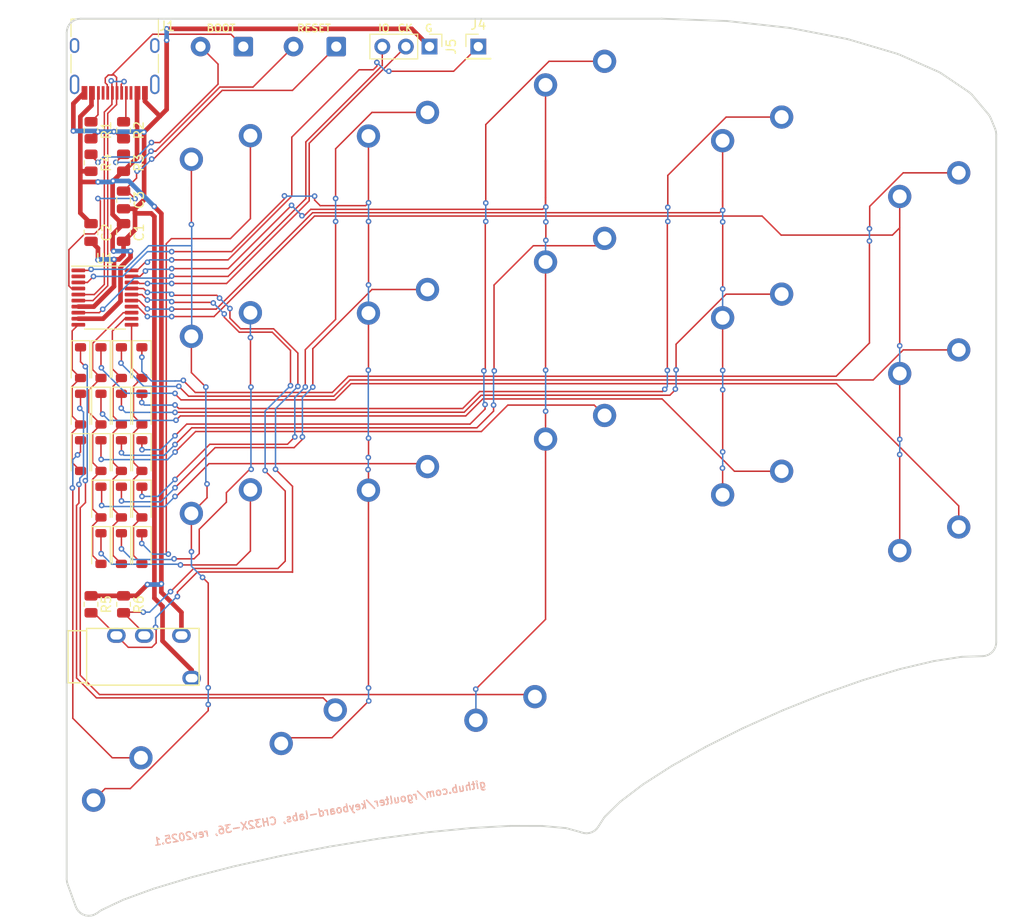
<source format=kicad_pcb>
(kicad_pcb (version 20240108) (generator "pcbnew") (generator_version "8.0")
  (title_block (title "CH32X-36") (date "2025-03-11") (rev "2025.1") (company "rgoulter/keyboard-labs") (comment 2 "SMT components") (comment 3 "Smaller than 100mm x 100mm") (comment 4 "Switch footprints for MX switches"))
  (layers (0 "F.Cu" signal) (31 "B.Cu" signal) (34 "B.Paste" user) (35 "F.Paste" user) (36 "B.SilkS" user "B.Silkscreen") (37 "F.SilkS" user "F.Silkscreen") (38 "B.Mask" user) (39 "F.Mask" user) (44 "Edge.Cuts" user))
  (net 0 "")
  (net 1 "Net-(D_1_1-K)")
  (net 2 "Net-(D_1_2-K)")
  (net 3 "/DOWNLOAD")
  (net 4 "/DM")
  (net 5 "Net-(D_1_3-K)")
  (net 6 "Net-(D_1_4-K)")
  (net 7 "Net-(D_1_5-K)")
  (net 8 "Net-(SW1-B)")
  (net 9 "Net-(SW2-B)")
  (net 10 "/ROW1")
  (net 11 "/ROW2")
  (net 12 "/ROW3")
  (net 13 "/ROW4")
  (net 14 "Net-(D_2_1-K)")
  (net 15 "Net-(D_2_2-K)")
  (net 16 "Net-(D_2_3-K)")
  (net 17 "Net-(D_2_4-K)")
  (net 18 "/COL1")
  (net 19 "/COL2")
  (net 20 "/COL3")
  (net 21 "/COL4")
  (net 22 "/COL5")
  (net 23 "Net-(D_2_5-K)")
  (net 24 "Net-(D_3_1-K)")
  (net 25 "Net-(D_3_2-K)")
  (net 26 "Net-(D_3_3-K)")
  (net 27 "Net-(D_3_4-K)")
  (net 28 "Net-(D_3_5-K)")
  (net 29 "Net-(D_4_3-K)")
  (net 30 "Net-(D_4_4-K)")
  (net 31 "Net-(D_4_5-K)")
  (net 33 "Net-(J1-CC1)")
  (net 35 "Net-(J1-CC2)")
  (net 36 "/GND")
  (net 38 "/LHS_RX_RHS_TX")
  (net 39 "/5V")
  (net 40 "/RESET")
  (net 42 "/LHS_TX_RHS_RX")
  (net 45 "/TX1")
  (net 46 "/DIO")
  (net 47 "/DCK")
  (footprint "Connector_USB:USB_C_Receptacle_HRO_TYPE-C-31-M-12" (layer "F.Cu") (at 103.884 53.937 180)
    (property "Reference" "J1")
    (property "Value" "USB Type-C Receptacle 12-pin")
  )
  (footprint "Resistor_SMD:R_0805_2012Metric" (layer "F.Cu") (at 104.835904 62 -90)
    (property "Reference" "R2")
    (property "Value" "5.1k")
  )
  (footprint "Resistor_SMD:R_0805_2012Metric" (layer "F.Cu") (at 101.335904 62 -90)
    (property "Reference" "R1")
    (property "Value" "5.1k")
  )
  (footprint "MountingHole:MountingHole_2.2mm_M2_DIN965" (layer "F.Cu") (at 182.618704 100.2378)
    (property "Reference" "H2" (hide yes))
    (property "Value" "M2 mounting hole")
  )
  (footprint "MountingHole:MountingHole_2.2mm_M2_DIN965" (layer "F.Cu") (at 125.468704 74.6878)
    (property "Reference" "H3" (hide yes))
    (property "Value" "M2 mounting hole")
  )
  (footprint "MountingHole:MountingHole_2.2mm_M2_DIN965" (layer "F.Cu") (at 125.468704 96.2378)
    (property "Reference" "H4" (hide yes))
    (property "Value" "M2 mounting hole")
  )
  (footprint "MountingHole:MountingHole_2.2mm_M2_DIN965" (layer "F.Cu") (at 116.0264 132.483531)
    (property "Reference" "H5" (hide yes))
    (property "Value" "M2 mounting hole")
  )
  (footprint "MountingHole:MountingHole_2.2mm_M2_DIN965" (layer "F.Cu") (at 182.618704 75.1878)
    (property "Reference" "H1" (hide yes))
    (property "Value" "M2 mounting hole")
  )
  (footprint "Diode_SMD:D_SOD-123" (layer "F.Cu") (at 100.207704 87 -90)
    (property "Reference" "D_4_3" (hide yes))
    (property "Value" "1N4148")
  )
  (footprint "ProjectLocal:SW_Cherry_MX_PCB_1.00u_BSilkRef" (layer "F.Cu") (at 115.943704 67.6628)
    (property "Reference" "SW_1_5" (hide yes))
    (property "Value" "MX-compatible")
  )
  (footprint "Diode_SMD:D_SOD-123" (layer "F.Cu") (at 102.407704 87 -90)
    (property "Reference" "D_3_1" (hide yes))
    (property "Value" "1N4148")
  )
  (footprint "ProjectLocal:SW_Cherry_MX_PCB_1.00u_BSilkRef" (layer "F.Cu") (at 134.993704 65.1628)
    (property "Reference" "SW_1_4" (hide yes))
    (property "Value" "MX-compatible")
  )
  (footprint "Capacitor_SMD:C_0805_2012Metric" (layer "F.Cu") (at 104.835904 73 -90)
    (property "Reference" "C1")
    (property "Value" "100n")
  )
  (footprint "ProjectLocal:SW_Cherry_MX_PCB_1.00u_BSilkRef" (layer "F.Cu") (at 115.943704 86.7128)
    (property "Reference" "SW_2_5" (hide yes))
    (property "Value" "MX-compatible")
  )
  (footprint "Diode_SMD:D_SOD-123" (layer "F.Cu") (at 104.607704 97 -90)
    (property "Reference" "D_2_3" (hide yes))
    (property "Value" "1N4148")
  )
  (footprint "ProjectLocal:SW_Cherry_MX_PCB_1.00u_BSilkRef" (layer "F.Cu") (at 154.043704 78.7128)
    (property "Reference" "SW_2_3" (hide yes))
    (property "Value" "MX-compatible")
  )
  (footprint "Resistor_SMD:R_0805_2012Metric" (layer "F.Cu") (at 101.335904 65.5 -90)
    (property "Reference" "R4")
    (property "Value" "10K")
  )
  (footprint "Resistor_SMD:R_0805_2012Metric" (layer "F.Cu") (at 101.335904 113 -90)
    (property "Reference" "R5")
    (property "Value" "2.2k - 10k")
  )
  (footprint "ProjectLocal:SW_Cherry_MX_PCB_1.00u_BSilkRef" (layer "F.Cu") (at 173.093704 65.6628)
    (property "Reference" "SW_1_2" (hide yes))
    (property "Value" "MX-compatible")
  )
  (footprint "ProjectLocal:SW_Cherry_MX_PCB_1.00u_BSilkRef" (layer "F.Cu") (at 192.143704 109.7628)
    (property "Reference" "SW_3_1" (hide yes))
    (property "Value" "MX-compatible")
  )
  (footprint "Diode_SMD:D_SOD-123" (layer "F.Cu") (at 106.807704 107 -90)
    (property "Reference" "D_1_5" (hide yes))
    (property "Value" "1N4148")
  )
  (footprint "Diode_SMD:D_SOD-123" (layer "F.Cu") (at 102.407704 102 -90)
    (property "Reference" "D_3_4" (hide yes))
    (property "Value" "1N4148")
  )
  (footprint "ProjectLocal:SW_Cherry_MX_PCB_1.00u_BSilkRef" (layer "F.Cu") (at 134.993704 84.2128)
    (property "Reference" "SW_2_4" (hide yes))
    (property "Value" "MX-compatible")
  )
  (footprint "Connector_Wire:SolderWire-0.5sqmm_1x02_P4.6mm_D0.9mm_OD2.1mm" (layer "F.Cu") (at 117.717704 53 180)
    (property "Reference" "SW2" (hide yes))
    (property "Value" "SW_SPST")
  )
  (footprint "Diode_SMD:D_SOD-123" (layer "F.Cu") (at 104.607704 87 -90)
    (property "Reference" "D_2_1" (hide yes))
    (property "Value" "1N4148")
  )
  (footprint "Diode_SMD:D_SOD-123" (layer "F.Cu") (at 106.807704 97 -90)
    (property "Reference" "D_1_3" (hide yes))
    (property "Value" "1N4148")
  )
  (footprint "Package_SO:TSSOP-20_4.4x6.5mm_P0.65mm" (layer "F.Cu") (at 102.835904 80)
    (property "Reference" "U1")
    (property "Value" "CH32X033F8P6")
  )
  (footprint "ProjectLocal:SW_Cherry_MX_PCB_1.00u_BSilkRef" (layer "F.Cu") (at 154.043704 59.6628)
    (property "Reference" "SW_1_3" (hide yes))
    (property "Value" "MX-compatible")
  )
  (footprint "ProjectLocal:SW_Cherry_MX_PCB_1.00u_BSilkRef" (layer "F.Cu") (at 173.093704 84.7128)
    (property "Reference" "SW_2_2" (hide yes))
    (property "Value" "MX-compatible")
  )
  (footprint "ProjectLocal:SW_Cherry_MX_PCB_1.00u_BSilkRef" (layer "F.Cu") (at 192.143704 90.7128)
    (property "Reference" "SW_2_1" (hide yes))
    (property "Value" "MX-compatible")
  )
  (footprint "Diode_SMD:D_SOD-123" (layer "F.Cu") (at 102.407704 97 -90)
    (property "Reference" "D_3_3" (hide yes))
    (property "Value" "1N4148")
  )
  (footprint "ProjectLocal:SW_Cherry_MX_PCB_1.00u_BSilkRef" (layer "F.Cu") (at 106.059096 135.154262 20)
    (property "Reference" "SW_4_5" (hide yes))
    (property "Value" "MX-compatible")
  )
  (footprint "Diode_SMD:D_SOD-123" (layer "F.Cu") (at 104.607704 102 -90)
    (property "Reference" "D_2_4" (hide yes))
    (property "Value" "1N4148")
  )
  (footprint "Diode_SMD:D_SOD-123" (layer "F.Cu") (at 106.807704 92 -90)
    (property "Reference" "D_1_2" (hide yes))
    (property "Value" "1N4148")
  )
  (footprint "ProjectLocal:SW_Cherry_MX_PCB_1.00u_BSilkRef" (layer "F.Cu") (at 173.093704 103.7628)
    (property "Reference" "SW_3_2" (hide yes))
    (property "Value" "MX-compatible")
  )
  (footprint "Diode_SMD:D_SOD-123" (layer "F.Cu") (at 100.207704 92 -90)
    (property "Reference" "D_4_4" (hide yes))
    (property "Value" "1N4148")
  )
  (footprint "ProjectLocal:SW_Cherry_MX_PCB_1.00u_BSilkRef" (layer "F.Cu") (at 154.043704 97.7628)
    (property "Reference" "SW_3_3" (hide yes))
    (property "Value" "MX-compatible")
  )
  (footprint "ProjectLocal:SW_Cherry_MX_PCB_1.00u_BSilkRef" (layer "F.Cu") (at 134.993704 103.2628)
    (property "Reference" "SW_3_4" (hide yes))
    (property "Value" "MX-compatible")
  )
  (footprint "ProjectLocal:SW_Cherry_MX_PCB_1.00u_BSilkRef" (layer "F.Cu") (at 125.993704 129.8128 10)
    (property "Reference" "SW_4_4" (hide yes))
    (property "Value" "MX-compatible")
  )
  (footprint "Capacitor_SMD:C_0805_2012Metric" (layer "F.Cu") (at 104.835904 69.5 -90)
    (property "Reference" "C3")
    (property "Value" "100n")
  )
  (footprint "Resistor_SMD:R_0805_2012Metric" (layer "F.Cu") (at 104.835904 65.5 -90)
    (property "Reference" "R3")
    (property "Value" "330R")
  )
  (footprint "Diode_SMD:D_SOD-123" (layer "F.Cu") (at 104.607704 107 -90)
    (property "Reference" "D_2_5" (hide yes))
    (property "Value" "1N4148")
  )
  (footprint "Diode_SMD:D_SOD-123" (layer "F.Cu") (at 102.407704 107 -90)
    (property "Reference" "D_3_5" (hide yes))
    (property "Value" "1N4148")
  )
  (footprint "Capacitor_SMD:C_0805_2012Metric" (layer "F.Cu") (at 101.335904 73 -90)
    (property "Reference" "C2")
    (property "Value" "4.7uF")
  )
  (footprint "Diode_SMD:D_SOD-123" (layer "F.Cu") (at 102.407704 92 -90)
    (property "Reference" "D_3_2" (hide yes))
    (property "Value" "1N4148")
  )
  (footprint "Connector_PinHeader_2.54mm:PinHeader_1x01_P2.54mm_Vertical" (layer "F.Cu") (at 143 53)
    (property "Reference" "J4")
    (property "Value" "Conn_01x02")
  )
  (footprint "ProjectLocal:SW_Cherry_MX_PCB_1.00u_BSilkRef" (layer "F.Cu") (at 115.943704 105.7628)
    (property "Reference" "SW_3_5" (hide yes))
    (property "Value" "MX-compatible")
  )
  (footprint "Resistor_SMD:R_0805_2012Metric" (layer "F.Cu") (at 104.835904 113 -90)
    (property "Reference" "R6")
    (property "Value" "2.2k - 10k")
  )
  (footprint "Connector_Wire:SolderWire-0.5sqmm_1x02_P4.6mm_D0.9mm_OD2.1mm" (layer "F.Cu") (at 127.717704 53 180)
    (property "Reference" "SW1" (hide yes))
    (property "Value" "SW_SPST")
  )
  (footprint "Diode_SMD:D_SOD-123" (layer "F.Cu") (at 104.607704 92 -90)
    (property "Reference" "D_2_2" (hide yes))
    (property "Value" "1N4148")
  )
  (footprint "ProjectLocal:SW_Cherry_MX_PCB_1.00u_BSilkRef" (layer "F.Cu") (at 146.552996 128.014094)
    (property "Reference" "SW_4_3" (hide yes))
    (property "Value" "MX-compatible")
  )
  (footprint "Diode_SMD:D_SOD-123" (layer "F.Cu") (at 106.807704 87 -90)
    (property "Reference" "D_1_1" (hide yes))
    (property "Value" "1N4148")
  )
  (footprint "Connector_PinHeader_2.54mm:PinHeader_1x03_P2.54mm_Vertical" (layer "F.Cu") (at 137.75 53 -90)
    (property "Reference" "J5")
    (property "Value" "Conn_01x03")
  )
  (footprint "Diode_SMD:D_SOD-123" (layer "F.Cu") (at 106.807704 102 -90)
    (property "Reference" "D_1_4" (hide yes))
    (property "Value" "1N4148")
  )
  (footprint "Diode_SMD:D_SOD-123" (layer "F.Cu") (at 100.207704 97 -90)
    (property "Reference" "D_4_5" (hide yes))
    (property "Value" "1N4148")
  )
  (footprint "ProjectLocal:SW_Cherry_MX_PCB_1.00u_BSilkRef" (layer "F.Cu") (at 192.143704 71.6628)
    (property "Reference" "SW_1_1" (hide yes))
    (property "Value" "MX-compatible")
  )
  (footprint "Keebio-Parts:TRRS-PJ-320A" (layer "F.Cu") (at 100.862304 118.6434 90)
    (property "Reference" "J2")
    (property "Value" "PJ-320A")
  )
  (gr_line (start 121.741704 140.0706) (end 121.764404 140.0659) (stroke (width 0.2)) (layer "Edge.Cuts"))
  (gr_line (start 192.527004 55.72318) (end 188.260404 53.84581) (stroke (width 0.2)) (layer "Edge.Cuts"))
  (gr_line (start 104.845704 144.7704) (end 108.056704 143.5984) (stroke (width 0.2)) (layer "Edge.Cuts"))
  (gr_line (start 142.170304 137.0732) (end 142.202204 137.0707) (stroke (width 0.2)) (layer "Edge.Cuts"))
  (gr_line (start 100.749304 146.4657) (end 101.040404 146.5072) (stroke (width 0.2)) (layer "Edge.Cuts"))
  (gr_line (start 98.970504 50.666641) (end 98.831904 50.92598) (stroke (width 0.2)) (layer "Edge.Cuts"))
  (gr_line (start 154.088404 137.534) (end 154.371604 137.6132) (stroke (width 0.2)) (layer "Edge.Cuts"))
  (gr_line (start 194.955464 118.6529) (end 195.047564 118.6445) (stroke (width 0.2)) (layer "Edge.Cuts"))
  (gr_line (start 98.717704 51.5) (end 98.717704 142.5686) (stroke (width 0.2)) (layer "Edge.Cuts"))
  (gr_line (start 162.744304 50.000946) (end 162.691004 50) (stroke (width 0.2)) (layer "Edge.Cuts"))
  (gr_line (start 167.442404 128.3455) (end 167.475104 128.3281) (stroke (width 0.2)) (layer "Edge.Cuts"))
  (gr_line (start 99.643704 50.114182) (end 99.384304 50.252792) (stroke (width 0.2)) (layer "Edge.Cuts"))
  (gr_line (start 188.388704 119.9581) (end 191.928714 119.1215) (stroke (width 0.2)) (layer "Edge.Cuts"))
  (gr_line (start 169.795904 50.255814) (end 169.685904 50.247833) (stroke (width 0.2)) (layer "Edge.Cuts"))
  (gr_line (start 101.979304 146.228) (end 102.376004 145.9439) (stroke (width 0.2)) (layer "Edge.Cuts"))
  (gr_line (start 176.554404 51.00116) (end 176.433504 50.982895) (stroke (width 0.2)) (layer "Edge.Cuts"))
  (gr_line (start 156.513204 135.9752) (end 156.621404 135.8421) (stroke (width 0.2)) (layer "Edge.Cuts"))
  (gr_line (start 171.477104 126.3227) (end 171.506304 126.3088) (stroke (width 0.2)) (layer "Edge.Cuts"))
  (gr_line (start 127.033604 139.0591) (end 132.308904 138.2066) (stroke (width 0.2)) (layer "Edge.Cuts"))
  (gr_line (start 171.506304 126.3088) (end 175.749904 124.4038) (stroke (width 0.2)) (layer "Edge.Cuts"))
  (gr_line (start 149.883504 136.844) (end 152.404804 137.0745) (stroke (width 0.2)) (layer "Edge.Cuts"))
  (gr_line (start 160.691304 132.3943) (end 160.739604 132.3605) (stroke (width 0.2)) (layer "Edge.Cuts"))
  (gr_line (start 197.83274 118.4473) (end 198.087821 118.301) (stroke (width 0.2)) (layer "Edge.Cuts"))
  (gr_line (start 137.427404 137.5348) (end 137.452704 137.5319) (stroke (width 0.2)) (layer "Edge.Cuts"))
  (gr_line (start 162.691004 50) (end 100.217704 50) (stroke (width 0.2)) (layer "Edge.Cuts"))
  (gr_line (start 155.896604 136.9423) (end 156.513204 135.9752) (stroke (width 0.2)) (layer "Edge.Cuts"))
  (gr_line (start 198.696937 117.3279) (end 198.717704 117.0791) (stroke (width 0.2)) (layer "Edge.Cuts"))
  (gr_line (start 163.839104 130.3721) (end 167.442404 128.3455) (stroke (width 0.2)) (layer "Edge.Cuts"))
  (gr_line (start 198.68888 62.1429) (end 198.604011 61.8627) (stroke (width 0.2)) (layer "Edge.Cuts"))
  (gr_line (start 180.126504 122.6512) (end 184.350204 121.1651) (stroke (width 0.2)) (layer "Edge.Cuts"))
  (gr_line (start 102.492704 145.8754) (end 104.783004 144.7965) (stroke (width 0.2)) (layer "Edge.Cuts"))
  (gr_line (start 198.11457 60.6782) (end 197.976173 60.4188) (stroke (width 0.2)) (layer "Edge.Cuts"))
  (gr_line (start 158.300204 134.2122) (end 160.691304 132.3943) (stroke (width 0.2)) (layer "Edge.Cuts"))
  (gr_line (start 155.715504 137.173) (end 155.896604 136.9423) (stroke (width 0.2)) (layer "Edge.Cuts"))
  (gr_line (start 195.047564 118.6445) (end 197.262364 118.5785) (stroke (width 0.2)) (layer "Edge.Cuts"))
  (gr_line (start 116.699704 141.1912) (end 116.724504 141.1853) (stroke (width 0.2)) (layer "Edge.Cuts"))
  (gr_line (start 197.976173 60.4188) (end 197.876807 60.2862) (stroke (width 0.2)) (layer "Edge.Cuts"))
  (gr_line (start 155.236204 137.5088) (end 155.492404 137.3645) (stroke (width 0.2)) (layer "Edge.Cuts"))
  (gr_line (start 116.724504 141.1853) (end 121.741704 140.0706) (stroke (width 0.2)) (layer "Edge.Cuts"))
  (gr_line (start 154.073104 137.5281) (end 154.088404 137.534) (stroke (width 0.2)) (layer "Edge.Cuts"))
  (gr_line (start 112.109104 142.3738) (end 116.699704 141.1912) (stroke (width 0.2)) (layer "Edge.Cuts"))
  (gr_line (start 198.717704 117.0791) (end 198.717704 62.4355) (stroke (width 0.2)) (layer "Edge.Cuts"))
  (gr_line (start 108.096704 143.5851) (end 112.079404 142.3821) (stroke (width 0.2)) (layer "Edge.Cuts"))
  (gr_line (start 154.956704 137.6003) (end 155.236204 137.5088) (stroke (width 0.2)) (layer "Edge.Cuts"))
  (gr_line (start 137.452704 137.5319) (end 142.170304 137.0732) (stroke (width 0.2)) (layer "Edge.Cuts"))
  (gr_line (start 195.803504 57.90762) (end 192.762594 55.85321) (stroke (width 0.2)) (layer "Edge.Cuts"))
  (gr_line (start 99.999904 146.022) (end 100.218804 146.2183) (stroke (width 0.2)) (layer "Edge.Cuts"))
  (gr_line (start 146.355104 136.8391) (end 146.397904 136.8379) (stroke (width 0.2)) (layer "Edge.Cuts"))
  (gr_line (start 198.620002 117.6117) (end 198.696937 117.3279) (stroke (width 0.2)) (layer "Edge.Cuts"))
  (gr_line (start 98.746504 51.20737) (end 98.717704 51.5) (stroke (width 0.2)) (layer "Edge.Cuts"))
  (gr_line (start 175.778504 124.3917) (end 180.096704 122.6624) (stroke (width 0.2)) (layer "Edge.Cuts"))
  (gr_line (start 98.746504 142.8612) (end 98.808204 143.0816) (stroke (width 0.2)) (layer "Edge.Cuts"))
  (gr_line (start 99.157004 50.439346) (end 98.970504 50.666641) (stroke (width 0.2)) (layer "Edge.Cuts"))
  (gr_line (start 163.800904 130.395) (end 163.839104 130.3721) (stroke (width 0.2)) (layer "Edge.Cuts"))
  (gr_line (start 101.334004 146.4912) (end 101.618804 146.4182) (stroke (width 0.2)) (layer "Edge.Cuts"))
  (gr_line (start 142.202204 137.0707) (end 146.355104 136.8391) (stroke (width 0.2)) (layer "Edge.Cuts"))
  (gr_line (start 100.217704 50) (end 99.925104 50.028824) (stroke (width 0.2)) (layer "Edge.Cuts"))
  (gr_line (start 175.749904 124.4038) (end 175.778504 124.3917) (stroke (width 0.2)) (layer "Edge.Cuts"))
  (gr_line (start 197.262364 118.5785) (end 197.554004 118.541) (stroke (width 0.2)) (layer "Edge.Cuts"))
  (gr_line (start 121.764404 140.0659) (end 127.012704 139.0628) (stroke (width 0.2)) (layer "Edge.Cuts"))
  (gr_line (start 101.040404 146.5072) (end 101.334004 146.4912) (stroke (width 0.2)) (layer "Edge.Cuts"))
  (gr_line (start 182.646404 52.17702) (end 176.554404 51.00116) (stroke (width 0.2)) (layer "Edge.Cuts"))
  (gr_line (start 198.30947 118.1078) (end 198.489173 117.875) (stroke (width 0.2)) (layer "Edge.Cuts"))
  (gr_line (start 198.489173 117.875) (end 198.620002 117.6117) (stroke (width 0.2)) (layer "Edge.Cuts"))
  (gr_line (start 176.433504 50.982895) (end 169.795904 50.255814) (stroke (width 0.2)) (layer "Edge.Cuts"))
  (gr_line (start 167.475104 128.3281) (end 171.477104 126.3227) (stroke (width 0.2)) (layer "Edge.Cuts"))
  (gr_line (start 100.471904 146.3681) (end 100.749304 146.4657) (stroke (width 0.2)) (layer "Edge.Cuts"))
  (gr_line (start 154.664804 137.6356) (end 154.956704 137.6003) (stroke (width 0.2)) (layer "Edge.Cuts"))
  (gr_line (start 182.788304 52.21165) (end 182.646404 52.17702) (stroke (width 0.2)) (layer "Edge.Cuts"))
  (gr_line (start 99.384304 50.252792) (end 99.157004 50.439346) (stroke (width 0.2)) (layer "Edge.Cuts"))
  (gr_line (start 149.816004 136.8409) (end 149.883504 136.844) (stroke (width 0.2)) (layer "Edge.Cuts"))
  (gr_line (start 169.685904 50.247833) (end 162.744304 50.000946) (stroke (width 0.2)) (layer "Edge.Cuts"))
  (gr_line (start 146.397904 136.8379) (end 149.816004 136.8409) (stroke (width 0.2)) (layer "Edge.Cuts"))
  (gr_line (start 98.808204 143.0816) (end 99.696304 145.5217) (stroke (width 0.2)) (layer "Edge.Cuts"))
  (gr_line (start 99.823404 145.7868) (end 99.999904 146.022) (stroke (width 0.2)) (layer "Edge.Cuts"))
  (gr_line (start 155.492404 137.3645) (end 155.715504 137.173) (stroke (width 0.2)) (layer "Edge.Cuts"))
  (gr_line (start 99.696304 145.5217) (end 99.823404 145.7868) (stroke (width 0.2)) (layer "Edge.Cuts"))
  (gr_line (start 197.876807 60.2862) (end 196.112324 58.18575) (stroke (width 0.2)) (layer "Edge.Cuts"))
  (gr_line (start 160.739604 132.3605) (end 163.800904 130.395) (stroke (width 0.2)) (layer "Edge.Cuts"))
  (gr_line (start 198.717704 62.4355) (end 198.68888 62.1429) (stroke (width 0.2)) (layer "Edge.Cuts"))
  (gr_line (start 180.096704 122.6624) (end 180.126504 122.6512) (stroke (width 0.2)) (layer "Edge.Cuts"))
  (gr_line (start 152.404804 137.0745) (end 152.538104 137.099) (stroke (width 0.2)) (layer "Edge.Cuts"))
  (gr_line (start 152.538104 137.099) (end 154.073104 137.5281) (stroke (width 0.2)) (layer "Edge.Cuts"))
  (gr_line (start 191.928714 119.1215) (end 191.987234 119.11) (stroke (width 0.2)) (layer "Edge.Cuts"))
  (gr_line (start 196.112324 58.18575) (end 195.803504 57.90762) (stroke (width 0.2)) (layer "Edge.Cuts"))
  (gr_line (start 104.783004 144.7965) (end 104.845704 144.7704) (stroke (width 0.2)) (layer "Edge.Cuts"))
  (gr_line (start 98.717704 142.5686) (end 98.746504 142.8612) (stroke (width 0.2)) (layer "Edge.Cuts"))
  (gr_line (start 184.350204 121.1651) (end 184.384304 121.154) (stroke (width 0.2)) (layer "Edge.Cuts"))
  (gr_line (start 132.308904 138.2066) (end 132.331004 138.2034) (stroke (width 0.2)) (layer "Edge.Cuts"))
  (gr_line (start 188.345704 119.9696) (end 188.388704 119.9581) (stroke (width 0.2)) (layer "Edge.Cuts"))
  (gr_line (start 127.012704 139.0628) (end 127.033604 139.0591) (stroke (width 0.2)) (layer "Edge.Cuts"))
  (gr_line (start 99.925104 50.028824) (end 99.643704 50.114182) (stroke (width 0.2)) (layer "Edge.Cuts"))
  (gr_line (start 100.218804 146.2183) (end 100.471904 146.3681) (stroke (width 0.2)) (layer "Edge.Cuts"))
  (gr_line (start 112.079404 142.3821) (end 112.109104 142.3738) (stroke (width 0.2)) (layer "Edge.Cuts"))
  (gr_line (start 191.987234 119.11) (end 194.955464 118.6529) (stroke (width 0.2)) (layer "Edge.Cuts"))
  (gr_line (start 101.618804 146.4182) (end 101.979304 146.228) (stroke (width 0.2)) (layer "Edge.Cuts"))
  (gr_line (start 108.056704 143.5984) (end 108.096704 143.5851) (stroke (width 0.2)) (layer "Edge.Cuts"))
  (gr_line (start 198.087821 118.301) (end 198.30947 118.1078) (stroke (width 0.2)) (layer "Edge.Cuts"))
  (gr_line (start 192.762594 55.85321) (end 192.527004 55.72318) (stroke (width 0.2)) (layer "Edge.Cuts"))
  (gr_line (start 198.604011 61.8627) (end 198.11457 60.6782) (stroke (width 0.2)) (layer "Edge.Cuts"))
  (gr_line (start 184.384304 121.154) (end 188.345704 119.9696) (stroke (width 0.2)) (layer "Edge.Cuts"))
  (gr_line (start 132.331004 138.2034) (end 137.427404 137.5348) (stroke (width 0.2)) (layer "Edge.Cuts"))
  (gr_line (start 156.621404 135.8421) (end 158.230404 134.2723) (stroke (width 0.2)) (layer "Edge.Cuts"))
  (gr_line (start 188.260404 53.84581) (end 188.082504 53.78061) (stroke (width 0.2)) (layer "Edge.Cuts"))
  (gr_line (start 102.376004 145.9439) (end 102.492704 145.8754) (stroke (width 0.2)) (layer "Edge.Cuts"))
  (gr_line (start 154.371604 137.6132) (end 154.664804 137.6356) (stroke (width 0.2)) (layer "Edge.Cuts"))
  (gr_line (start 197.554004 118.541) (end 197.83274 118.4473) (stroke (width 0.2)) (layer "Edge.Cuts"))
  (gr_line (start 98.831904 50.92598) (end 98.746504 51.20737) (stroke (width 0.2)) (layer "Edge.Cuts"))
  (gr_line (start 188.082504 53.78061) (end 182.788304 52.21165) (stroke (width 0.2)) (layer "Edge.Cuts"))
  (gr_line (start 158.230404 134.2723) (end 158.300204 134.2122) (stroke (width 0.2)) (layer "Edge.Cuts"))
  (gr_text "github.com/rgoulter/keyboard-labs, ${TITLE}, rev${REVISION}" (at 125.946904 135.4328 10) (layer "B.SilkS") (effects (font (size 0.8 0.8) (thickness 0.16)) (justify mirror)))
  (gr_text "IO" (at 132.842 51.5 0) (layer "F.SilkS") (effects (font (size 0.8 0.8)) (justify bottom)))
  (gr_text "CK" (at 135.128 51.5 0) (layer "F.SilkS") (effects (font (size 0.8 0.8)) (justify bottom)))
  (gr_text "G" (at 137.668 51.5 0) (layer "F.SilkS") (effects (font (size 0.8 0.8)) (justify bottom)))
  (gr_text "BOOT" (at 115.317704 51.5 0) (layer "F.SilkS") (effects (font (size 0.8 0.8)) (justify bottom)))
  (gr_text "RESET" (at 125.317704 51.5 0) (layer "F.SilkS") (effects (font (size 0.8 0.8)) (justify bottom)))
  (segment (start 127.293103 90.2082) (end 129.036104 88.4652) (width 0.16) (layer "F.Cu") (net 1))
  (segment (start 111.269073 88.928769) (end 112.548504 90.2082) (width 0.16) (layer "F.Cu") (net 1))
  (segment (start 188.709957 66.5828) (end 185.103504 70.189253) (width 0.16) (layer "F.Cu") (net 1))
  (segment (start 185.078104 84.8868) (end 185.078104 73.914) (width 0.16) (layer "F.Cu") (net 1))
  (segment (start 111.269073 88.903369) (end 111.269073 88.928769) (width 0.16) (layer "F.Cu") (net 1))
  (segment (start 129.036104 88.4652) (end 181.499704 88.4652) (width 0.16) (layer "F.Cu") (net 1))
  (segment (start 181.499704 88.4652) (end 185.078104 84.8868) (width 0.16) (layer "F.Cu") (net 1))
  (segment (start 194.683704 66.5828) (end 188.709957 66.5828) (width 0.16) (layer "F.Cu") (net 1))
  (segment (start 185.103504 72.5678) (end 185.078104 72.5932) (width 0.16) (layer "F.Cu") (net 1))
  (segment (start 106.807704 86.4108) (end 106.807704 85.35) (width 0.16) (layer "F.Cu") (net 1))
  (segment (start 185.103504 70.189253) (end 185.103504 72.5678) (width 0.16) (layer "F.Cu") (net 1))
  (segment (start 112.548504 90.2082) (end 127.293103 90.2082) (width 0.16) (layer "F.Cu") (net 1))
  (via (at 111.269073 88.903369) (size 0.6) (drill 0.3) (layers "F.Cu" "B.Cu") (net 1))
  (via (at 185.078104 72.5932) (size 0.6) (drill 0.3) (layers "F.Cu" "B.Cu") (net 1))
  (via (at 185.078104 73.914) (size 0.6) (drill 0.3) (layers "F.Cu" "B.Cu") (net 1))
  (via (at 106.807704 86.4108) (size 0.6) (drill 0.3) (layers "F.Cu" "B.Cu") (net 1))
  (segment (start 185.078104 73.914) (end 185.078104 72.5932) (width 0.16) (layer "B.Cu") (net 1))
  (segment (start 106.807704 87.9472) (end 106.807704 86.4108) (width 0.16) (layer "B.Cu") (net 1))
  (segment (start 110.383362 88.968418) (end 110.37558 88.9762) (width 0.16) (layer "B.Cu") (net 1))
  (segment (start 111.269073 88.903369) (end 111.204024 88.968418) (width 0.16) (layer "B.Cu") (net 1))
  (segment (start 111.204024 88.968418) (end 110.383362 88.968418) (width 0.16) (layer "B.Cu") (net 1))
  (segment (start 110.37558 88.9762) (end 107.836704 88.9762) (width 0.16) (layer "B.Cu") (net 1))
  (segment (start 107.836704 88.9762) (end 106.807704 87.9472) (width 0.16) (layer "B.Cu") (net 1))
  (segment (start 110.774248 91.9354) (end 141.317703 91.9354) (width 0.16) (layer "F.Cu") (net 2))
  (segment (start 143.147003 90.1061) (end 162.815404 90.1061) (width 0.16) (layer "F.Cu") (net 2))
  (segment (start 163.335704 71.8607) (end 163.335704 87.8332) (width 0.16) (layer "F.Cu") (net 2))
  (segment (start 106.807704 90.35) (end 106.807704 91.2853) (width 0.16) (layer "F.Cu") (net 2))
  (segment (start 162.815404 90.1061) (end 163.056304 89.8652) (width 0.16) (layer "F.Cu") (net 2))
  (segment (start 141.317703 91.9354) (end 143.147003 90.1061) (width 0.16) (layer "F.Cu") (net 2))
  (segment (start 110.393745 91.554897) (end 110.774248 91.9354) (width 0.16) (layer "F.Cu") (net 2))
  (segment (start 169.659957 60.5828) (end 163.386504 66.856253) (width 0.16) (layer "F.Cu") (net 2))
  (segment (start 110.373004 91.554897) (end 110.393745 91.554897) (width 0.16) (layer "F.Cu") (net 2))
  (segment (start 175.633704 60.5828) (end 169.659957 60.5828) (width 0.16) (layer "F.Cu") (net 2))
  (segment (start 163.386504 71.8099) (end 163.335704 71.8607) (width 0.16) (layer "F.Cu") (net 2))
  (segment (start 163.386504 66.856253) (end 163.386504 70.2909) (width 0.16) (layer "F.Cu") (net 2))
  (segment (start 106.807704 91.2853) (end 106.795304 91.2977) (width 0.16) (layer "F.Cu") (net 2))
  (via (at 163.386504 70.2909) (size 0.6) (drill 0.3) (layers "F.Cu" "B.Cu") (net 2))
  (via (at 163.335704 87.8332) (size 0.6) (drill 0.3) (layers "F.Cu" "B.Cu") (net 2))
  (via (at 110.373004 91.554897) (size 0.6) (drill 0.3) (layers "F.Cu" "B.Cu") (net 2))
  (via (at 106.795304 91.2977) (size 0.6) (drill 0.3) (layers "F.Cu" "B.Cu") (net 2))
  (via (at 163.056304 89.8652) (size 0.6) (drill 0.3) (layers "F.Cu" "B.Cu") (net 2))
  (via (at 163.386504 71.8099) (size 0.6) (drill 0.3) (layers "F.Cu" "B.Cu") (net 2))
  (segment (start 110.373004 91.554897) (end 110.360901 91.567) (width 0.16) (layer "B.Cu") (net 2))
  (segment (start 163.335704 87.8332) (end 163.335704 89.5858) (width 0.16) (layer "B.Cu") (net 2))
  (segment (start 163.335704 89.5858) (end 163.056304 89.8652) (width 0.16) (layer "B.Cu") (net 2))
  (segment (start 110.360901 91.567) (end 107.064604 91.567) (width 0.16) (layer "B.Cu") (net 2))
  (segment (start 163.386504 70.2909) (end 163.386504 71.8099) (width 0.16) (layer "B.Cu") (net 2))
  (segment (start 107.064604 91.567) (end 106.795304 91.2977) (width 0.16) (layer "B.Cu") (net 2))
  (segment (start 103.199382 56.058618) (end 103.5812 56.058618) (width 0.16) (layer "F.Cu") (net 3))
  (segment (start 103.5812 56.058618) (end 107.969817 51.67) (width 0.16) (layer "F.Cu") (net 3))
  (segment (start 103.5812 56.058618) (end 103.822909 56.058618) (width 0.16) (layer "F.Cu") (net 3))
  (segment (start 104.085904 59.237212) (end 103.130904 60.192212) (width 0.16) (layer "F.Cu") (net 3))
  (segment (start 116.387704 51.67) (end 107.969817 51.67) (width 0.16) (layer "F.Cu") (net 3))
  (segment (start 103.822909 56.058618) (end 104.085904 56.321613) (width 0.16) (layer "F.Cu") (net 3))
  (segment (start 102.87 56.896) (end 102.87 56.388) (width 0.16) (layer "F.Cu") (net 3))
  (segment (start 117.717704 53) (end 116.387704 51.67) (width 0.16) (layer "F.Cu") (net 3))
  (segment (start 103.130904 60.192212) (end 103.130904 78.733096) (width 0.16) (layer "F.Cu") (net 3))
  (segment (start 102.87 56.388) (end 103.199382 56.058618) (width 0.16) (layer "F.Cu") (net 3))
  (segment (start 103.085904 57.111904) (end 102.87 56.896) (width 0.16) (layer "F.Cu") (net 3))
  (segment (start 103.130904 78.733096) (end 101.539 80.325) (width 0.16) (layer "F.Cu") (net 3))
  (segment (start 104.085904 56.321613) (end 104.085904 59.237212) (width 0.16) (layer "F.Cu") (net 3))
  (segment (start 101.539 80.325) (end 99.973404 80.325) (width 0.16) (layer "F.Cu") (net 3))
  (segment (start 103.085904 57.982) (end 103.085904 57.111904) (width 0.16) (layer "F.Cu") (net 3))
  (segment (start 104.585904 57.062436) (end 104.585904 57.982) (width 0.16) (layer "F.Cu") (net 4))
  (segment (start 103.585904 56.76209) (end 103.585904 59.228096) (width 0.16) (layer "F.Cu") (net 4))
  (segment (start 103.585904 59.228096) (end 102.770904 60.043096) (width 0.16) (layer "F.Cu") (net 4))
  (segment (start 103.505904 56.68209) (end 103.585904 56.76209) (width 0.16) (layer "F.Cu") (net 4))
  (segment (start 104.889151 56.759189) (end 104.585904 57.062436) (width 0.16) (layer "F.Cu") (net 4))
  (segment (start 102.770904 78.58398) (end 101.679884 79.675) (width 0.16) (layer "F.Cu") (net 4))
  (segment (start 102.770904 60.043096) (end 102.770904 78.58398) (width 0.16) (layer "F.Cu") (net 4))
  (segment (start 101.679884 79.675) (end 99.973404 79.675) (width 0.16) (layer "F.Cu") (net 4))
  (via (at 103.505904 56.68209) (size 0.6) (drill 0.3) (layers "F.Cu" "B.Cu") (net 4))
  (via (at 104.889151 56.759189) (size 0.6) (drill 0.3) (layers "F.Cu" "B.Cu") (net 4))
  (segment (start 103.583003 56.759189) (end 104.889151 56.759189) (width 0.16) (layer "B.Cu") (net 4))
  (segment (start 103.505904 56.68209) (end 103.583003 56.759189) (width 0.16) (layer "B.Cu") (net 4))
  (segment (start 143.752304 87.7333) (end 143.599904 87.8857) (width 0.16) (layer "F.Cu") (net 5))
  (segment (start 143.726904 91.9988) (end 143.726904 91.5061) (width 0.16) (layer "F.Cu") (net 5))
  (segment (start 143.803104 61.389653) (end 143.803104 69.8246) (width 0.16) (layer "F.Cu") (net 5))
  (segment (start 106.807704 96.3546) (end 106.820704 96.3676) (width 0.16) (layer "F.Cu") (net 5))
  (segment (start 143.752304 71.8607) (end 143.752304 87.7333) (width 0.16) (layer "F.Cu") (net 5))
  (segment (start 150.609957 54.5828) (end 143.803104 61.389653) (width 0.16) (layer "F.Cu") (net 5))
  (segment (start 143.803104 71.8099) (end 143.752304 71.8607) (width 0.16) (layer "F.Cu") (net 5))
  (segment (start 156.583704 54.5828) (end 150.609957 54.5828) (width 0.16) (layer "F.Cu") (net 5))
  (segment (start 110.373004 94.869) (end 111.630204 93.6118) (width 0.16) (layer "F.Cu") (net 5))
  (segment (start 106.807704 95.35) (end 106.807704 96.3546) (width 0.16) (layer "F.Cu") (net 5))
  (segment (start 142.113904 93.6118) (end 143.726904 91.9988) (width 0.16) (layer "F.Cu") (net 5))
  (segment (start 111.630204 93.6118) (end 142.113904 93.6118) (width 0.16) (layer "F.Cu") (net 5))
  (via (at 143.803104 71.8099) (size 0.6) (drill 0.3) (layers "F.Cu" "B.Cu") (net 5))
  (via (at 143.726904 91.5061) (size 0.6) (drill 0.3) (layers "F.Cu" "B.Cu") (net 5))
  (via (at 106.820704 96.3676) (size 0.6) (drill 0.3) (layers "F.Cu" "B.Cu") (net 5))
  (via (at 110.373004 94.869) (size 0.6) (drill 0.3) (layers "F.Cu" "B.Cu") (net 5))
  (via (at 143.803104 69.8246) (size 0.6) (drill 0.3) (layers "F.Cu" "B.Cu") (net 5))
  (via (at 143.599904 87.8857) (size 0.6) (drill 0.3) (layers "F.Cu" "B.Cu") (net 5))
  (segment (start 143.599904 87.8857) (end 143.599904 91.3791) (width 0.16) (layer "B.Cu") (net 5))
  (segment (start 110.373004 94.869) (end 108.874404 96.3676) (width 0.16) (layer "B.Cu") (net 5))
  (segment (start 108.874404 96.3676) (end 106.820704 96.3676) (width 0.16) (layer "B.Cu") (net 5))
  (segment (start 143.599904 91.3791) (end 143.726904 91.5061) (width 0.16) (layer "B.Cu") (net 5))
  (segment (start 143.803104 69.8246) (end 143.803104 71.8099) (width 0.16) (layer "B.Cu") (net 5))
  (segment (start 131.559957 60.0828) (end 127.648704 63.994053) (width 0.16) (layer "F.Cu") (net 6))
  (segment (start 124.387079 85.608425) (end 127.648704 82.3468) (width 0.16) (layer "F.Cu") (net 6))
  (segment (start 106.807704 101.3789) (end 106.807704 100.35) (width 0.16) (layer "F.Cu") (net 6))
  (segment (start 106.820704 101.3919) (end 106.807704 101.3789) (width 0.16) (layer "F.Cu") (net 6))
  (segment (start 114.110504 95.7834) (end 110.373004 99.5209) (width 0.16) (layer "F.Cu") (net 6))
  (segment (start 110.373004 99.5209) (end 110.373004 99.568) (width 0.16) (layer "F.Cu") (net 6))
  (segment (start 123.260088 94.9913) (end 122.467988 95.7834) (width 0.16) (layer "F.Cu") (net 6))
  (segment (start 137.533704 60.0828) (end 131.559957 60.0828) (width 0.16) (layer "F.Cu") (net 6))
  (segment (start 127.648704 63.994053) (end 127.648704 69.342) (width 0.16) (layer "F.Cu") (net 6))
  (segment (start 122.467988 95.7834) (end 114.110504 95.7834) (width 0.16) (layer "F.Cu") (net 6))
  (segment (start 124.387079 89.618682) (end 124.387079 85.608425) (width 0.16) (layer "F.Cu") (net 6))
  (segment (start 127.648704 82.3468) (end 127.648704 71.8099) (width 0.16) (layer "F.Cu") (net 6))
  (via (at 110.373004 99.568) (size 0.6) (drill 0.3) (layers "F.Cu" "B.Cu") (net 6))
  (via (at 124.387079 89.618682) (size 0.6) (drill 0.3) (layers "F.Cu" "B.Cu") (net 6))
  (via (at 106.820704 101.3919) (size 0.6) (drill 0.3) (layers "F.Cu" "B.Cu") (net 6))
  (via (at 127.648704 71.8099) (size 0.6) (drill 0.3) (layers "F.Cu" "B.Cu") (net 6))
  (via (at 123.260088 94.9913) (size 0.6) (drill 0.3) (layers "F.Cu" "B.Cu") (net 6))
  (via (at 127.648704 69.342) (size 0.6) (drill 0.3) (layers "F.Cu" "B.Cu") (net 6))
  (segment (start 123.260088 90.745673) (end 124.387079 89.618682) (width 0.16) (layer "B.Cu") (net 6))
  (segment (start 108.549104 101.3919) (end 106.820704 101.3919) (width 0.16) (layer "B.Cu") (net 6))
  (segment (start 123.260088 94.9913) (end 123.260088 90.745673) (width 0.16) (layer "B.Cu") (net 6))
  (segment (start 110.373004 99.568) (end 108.549104 101.3919) (width 0.16) (layer "B.Cu") (net 6))
  (segment (start 127.648704 71.8099) (end 127.648704 69.342) (width 0.16) (layer "B.Cu") (net 6))
  (segment (start 109.433504 74.208496) (end 109.433504 107.3796) (width 0.16) (layer "F.Cu") (net 7))
  (segment (start 109.433504 107.3796) (end 109.653004 107.5991) (width 0.16) (layer "F.Cu") (net 7))
  (segment (start 106.807704 105.35) (end 106.807704 106.439) (width 0.16) (layer "F.Cu") (net 7))
  (segment (start 106.807704 106.439) (end 106.795304 106.4514) (width 0.16) (layer "F.Cu") (net 7))
  (segment (start 109.982 73.66) (end 109.433504 74.208496) (width 0.16) (layer "F.Cu") (net 7))
  (segment (start 118.483704 62.5828) (end 118.483704 71.508296) (width 0.16) (layer "F.Cu") (net 7))
  (segment (start 118.483704 71.508296) (end 116.332 73.66) (width 0.16) (layer "F.Cu") (net 7))
  (segment (start 116.332 73.66) (end 109.982 73.66) (width 0.16) (layer "F.Cu") (net 7))
  (via (at 106.795304 106.4514) (size 0.6) (drill 0.3) (layers "F.Cu" "B.Cu") (net 7))
  (via (at 109.653004 107.5991) (size 0.6) (drill 0.3) (layers "F.Cu" "B.Cu") (net 7))
  (segment (start 109.653004 107.5991) (end 107.943004 107.5991) (width 0.16) (layer "B.Cu") (net 7))
  (segment (start 107.943004 107.5991) (end 106.795304 106.4514) (width 0.16) (layer "B.Cu") (net 7))
  (segment (start 107.797904 64.252669) (end 108.303235 64.252669) (width 0.16) (layer "F.Cu") (net 8))
  (segment (start 118.764504 57.3532) (end 123.117704 53) (width 0.16) (layer "F.Cu") (net 8))
  (segment (start 108.303235 64.252669) (end 115.202704 57.3532) (width 0.16) (layer "F.Cu") (net 8))
  (segment (start 115.202704 57.3532) (end 118.764504 57.3532) (width 0.16) (layer "F.Cu") (net 8))
  (segment (start 104.835904 64.6212) (end 104.001304 65.4558) (width 0.16) (layer "F.Cu") (net 8))
  (via (at 104.001304 65.4558) (size 0.6) (drill 0.3) (layers "F.Cu" "B.Cu") (net 8))
  (via (at 107.797904 64.252669) (size 0.6) (drill 0.3) (layers "F.Cu" "B.Cu") (net 8))
  (segment (start 106.594773 65.4558) (end 104.001304 65.4558) (width 0.16) (layer "B.Cu") (net 8))
  (segment (start 107.797904 64.252669) (end 106.594773 65.4558) (width 0.16) (layer "B.Cu") (net 8))
  (segment (start 107.836704 63.3222) (end 108.724588 63.3222) (width 0.16) (layer "F.Cu") (net 9))
  (segment (start 114.999504 54.8818) (end 113.117704 53) (width 0.16) (layer "F.Cu") (net 9))
  (segment (start 108.724588 63.3222) (end 114.999504 57.047284) (width 0.16) (layer "F.Cu") (net 9))
  (segment (start 114.999504 57.047284) (end 114.999504 54.8818) (width 0.16) (layer "F.Cu") (net 9))
  (segment (start 101.335904 64.718806) (end 102.076027 65.458929) (width 0.16) (layer "F.Cu") (net 9))
  (via (at 102.076027 65.458929) (size 0.6) (drill 0.3) (layers "F.Cu" "B.Cu") (net 9))
  (via (at 107.836704 63.3222) (size 0.6) (drill 0.3) (layers "F.Cu" "B.Cu") (net 9))
  (segment (start 107.836704 63.3222) (end 106.283104 64.8758) (width 0.16) (layer "B.Cu") (net 9))
  (segment (start 102.659156 64.8758) (end 102.076027 65.458929) (width 0.16) (layer "B.Cu") (net 9))
  (segment (start 106.283104 64.8758) (end 102.659156 64.8758) (width 0.16) (layer "B.Cu") (net 9))
  (segment (start 105.907704 97.75) (end 105.907704 94.55) (width 0.16) (layer "F.Cu") (net 10))
  (segment (start 105.698404 85.563596) (end 105.698404 82.925) (width 0.16) (layer "F.Cu") (net 10))
  (segment (start 105.907704 89.55) (end 106.807704 88.65) (width 0.16) (layer "F.Cu") (net 10))
  (segment (start 105.907704 102.75) (end 105.907704 99.55) (width 0.16) (layer "F.Cu") (net 10))
  (segment (start 105.664 87.506296) (end 105.664 85.598) (width 0.16) (layer "F.Cu") (net 10))
  (segment (start 105.907704 94.55) (end 106.807704 93.65) (width 0.16) (layer "F.Cu") (net 10))
  (segment (start 105.664 85.598) (end 105.698404 85.563596) (width 0.16) (layer "F.Cu") (net 10))
  (segment (start 106.807704 93.65) (end 105.907704 92.75) (width 0.16) (layer "F.Cu") (net 10))
  (segment (start 106.807704 88.65) (end 105.664 87.506296) (width 0.16) (layer "F.Cu") (net 10))
  (segment (start 106.807704 103.65) (end 105.907704 102.75) (width 0.16) (layer "F.Cu") (net 10))
  (segment (start 105.907704 92.75) (end 105.907704 89.55) (width 0.16) (layer "F.Cu") (net 10))
  (segment (start 105.907704 104.55) (end 106.807704 103.65) (width 0.16) (layer "F.Cu") (net 10))
  (segment (start 106.807704 98.65) (end 105.907704 97.75) (width 0.16) (layer "F.Cu") (net 10))
  (segment (start 106.807704 108.65) (end 105.907704 107.75) (width 0.16) (layer "F.Cu") (net 10))
  (segment (start 105.907704 99.55) (end 106.807704 98.65) (width 0.16) (layer "F.Cu") (net 10))
  (segment (start 105.907704 107.75) (end 105.907704 104.55) (width 0.16) (layer "F.Cu") (net 10))
  (segment (start 104.607704 103.65) (end 103.707704 102.75) (width 0.16) (layer "F.Cu") (net 11))
  (segment (start 104.607704 108.65) (end 103.707704 107.75) (width 0.16) (layer "F.Cu") (net 11))
  (segment (start 104.960905 82.275) (end 103.632 83.603905) (width 0.16) (layer "F.Cu") (net 11))
  (segment (start 103.707704 107.75) (end 103.707704 104.55) (width 0.16) (layer "F.Cu") (net 11))
  (segment (start 103.707704 102.75) (end 103.707704 99.55) (width 0.16) (layer "F.Cu") (net 11))
  (segment (start 104.607704 98.65) (end 103.707704 97.75) (width 0.16) (layer "F.Cu") (net 11))
  (segment (start 103.707704 89.55) (end 104.607704 88.65) (width 0.16) (layer "F.Cu") (net 11))
  (segment (start 103.707704 94.55) (end 104.607704 93.65) (width 0.16) (layer "F.Cu") (net 11))
  (segment (start 103.707704 97.75) (end 103.707704 94.55) (width 0.16) (layer "F.Cu") (net 11))
  (segment (start 103.707704 104.55) (end 104.607704 103.65) (width 0.16) (layer "F.Cu") (net 11))
  (segment (start 103.707704 99.55) (end 104.607704 98.65) (width 0.16) (layer "F.Cu") (net 11))
  (segment (start 103.632 83.603905) (end 103.632 87.674296) (width 0.16) (layer "F.Cu") (net 11))
  (segment (start 105.698404 82.275) (end 104.960905 82.275) (width 0.16) (layer "F.Cu") (net 11))
  (segment (start 103.632 87.674296) (end 104.607704 88.65) (width 0.16) (layer "F.Cu") (net 11))
  (segment (start 103.707704 92.75) (end 103.707704 89.55) (width 0.16) (layer "F.Cu") (net 11))
  (segment (start 104.607704 93.65) (end 103.707704 92.75) (width 0.16) (layer "F.Cu") (net 11))
  (segment (start 101.507704 87.75) (end 102.407704 88.65) (width 0.16) (layer "F.Cu") (net 12))
  (segment (start 104.811 81.625) (end 101.507704 84.928296) (width 0.16) (layer "F.Cu") (net 12))
  (segment (start 101.107704 92.35) (end 101.107704 89.95) (width 0.16) (layer "F.Cu") (net 12))
  (segment (start 101.507704 94.55) (end 102.407704 93.65) (width 0.16) (layer "F.Cu") (net 12))
  (segment (start 102.407704 98.65) (end 101.507704 97.75) (width 0.16) (layer "F.Cu") (net 12))
  (segment (start 101.507704 107.75) (end 101.507704 104.55) (width 0.16) (layer "F.Cu") (net 12))
  (segment (start 102.407704 108.65) (end 101.507704 107.75) (width 0.16) (layer "F.Cu") (net 12))
  (segment (start 105.698404 81.625) (end 104.811 81.625) (width 0.16) (layer "F.Cu") (net 12))
  (segment (start 101.507704 99.55) (end 102.407704 98.65) (width 0.16) (layer "F.Cu") (net 12))
  (segment (start 101.507704 97.75) (end 101.507704 94.55) (width 0.16) (layer "F.Cu") (net 12))
  (segment (start 102.407704 93.65) (end 101.107704 92.35) (width 0.16) (layer "F.Cu") (net 12))
  (segment (start 101.107704 89.95) (end 102.407704 88.65) (width 0.16) (layer "F.Cu") (net 12))
  (segment (start 101.507704 104.55) (end 102.407704 103.65) (width 0.16) (layer "F.Cu") (net 12))
  (segment (start 102.407704 103.65) (end 101.507704 102.75) (width 0.16) (layer "F.Cu") (net 12))
  (segment (start 101.507704 84.928296) (end 101.507704 87.75) (width 0.16) (layer "F.Cu") (net 12))
  (segment (start 101.507704 102.75) (end 101.507704 99.55) (width 0.16) (layer "F.Cu") (net 12))
  (segment (start 100.207704 98.65) (end 99.2886 97.730896) (width 0.16) (layer "F.Cu") (net 13))
  (segment (start 100.207704 93.65) (end 99.307704 92.75) (width 0.16) (layer "F.Cu") (net 13))
  (segment (start 99.307704 87.75) (end 99.307704 83.5907) (width 0.16) (layer "F.Cu") (net 13))
  (segment (start 99.2886 94.569104) (end 100.207704 93.65) (width 0.16) (layer "F.Cu") (net 13))
  (segment (start 100.207704 88.65) (end 99.307704 87.75) (width 0.16) (layer "F.Cu") (net 13))
  (segment (start 99.2886 97.730896) (end 99.2886 94.569104) (width 0.16) (layer "F.Cu") (net 13))
  (segment (start 99.307704 92.75) (end 99.307704 89.55) (width 0.16) (layer "F.Cu") (net 13))
  (segment (start 99.307704 89.55) (end 100.207704 88.65) (width 0.16) (layer "F.Cu") (net 13))
  (segment (start 99.307704 83.5907) (end 99.973404 82.925) (width 0.16) (layer "F.Cu") (net 13))
  (segment (start 104.607704 86.9982) (end 104.607704 85.35) (width 0.16) (layer "F.Cu") (net 14))
  (segment (start 110.783104 89.5604) (end 110.783104 89.547918) (width 0.16) (layer "F.Cu") (net 14))
  (segment (start 129.201789 88.8652) (end 127.458789 90.6082) (width 0.16) (layer "F.Cu") (net 14))
  (segment (start 127.458789 90.6082) (end 111.830904 90.6082) (width 0.16) (layer "F.Cu") (net 14))
  (segment (start 188.709957 85.6328) (end 185.477557 88.8652) (width 0.16) (layer "F.Cu") (net 14))
  (segment (start 104.560104 87.0458) (end 104.607704 86.9982) (width 0.16) (layer "F.Cu") (net 14))
  (segment (start 185.477557 88.8652) (end 129.201789 88.8652) (width 0.16) (layer "F.Cu") (net 14))
  (segment (start 194.683704 85.6328) (end 188.709957 85.6328) (width 0.16) (layer "F.Cu") (net 14))
  (segment (start 111.830904 90.6082) (end 110.783104 89.5604) (width 0.16) (layer "F.Cu") (net 14))
  (via (at 104.560104 87.0458) (size 0.6) (drill 0.3) (layers "F.Cu" "B.Cu") (net 14))
  (via (at 110.783104 89.547918) (size 0.6) (drill 0.3) (layers "F.Cu" "B.Cu") (net 14))
  (segment (start 110.783104 89.547918) (end 110.770622 89.5604) (width 0.16) (layer "B.Cu") (net 14))
  (segment (start 104.560104 87.0966) (end 104.560104 87.0458) (width 0.16) (layer "B.Cu") (net 14))
  (segment (start 110.770622 89.5604) (end 107.023904 89.5604) (width 0.16) (layer "B.Cu") (net 14))
  (segment (start 107.023904 89.5604) (end 104.560104 87.0966) (width 0.16) (layer "B.Cu") (net 14))
  (segment (start 175.633704 79.6328) (end 169.659957 79.6328) (width 0.16) (layer "F.Cu") (net 15))
  (segment (start 164.199304 89.8447) (end 164.199304 89.916) (width 0.16) (layer "F.Cu") (net 15))
  (segment (start 163.609204 90.5061) (end 143.312689 90.5061) (width 0.16) (layer "F.Cu") (net 15))
  (segment (start 110.392004 92.3354) (end 110.373004 92.3544) (width 0.16) (layer "F.Cu") (net 15))
  (segment (start 104.607704 90.35) (end 104.607704 91.875) (width 0.16) (layer "F.Cu") (net 15))
  (segment (start 141.483389 92.3354) (end 110.392004 92.3354) (width 0.16) (layer "F.Cu") (net 15))
  (segment (start 169.659957 79.6328) (end 164.275504 85.017253) (width 0.16) (layer "F.Cu") (net 15))
  (segment (start 143.312689 90.5061) (end 141.483389 92.3354) (width 0.16) (layer "F.Cu") (net 15))
  (segment (start 164.199304 89.916) (end 163.609204 90.5061) (width 0.16) (layer "F.Cu") (net 15))
  (segment (start 164.275504 85.017253) (end 164.275504 87.7824) (width 0.16) (layer "F.Cu") (net 15))
  (segment (start 104.607704 91.875) (end 104.585504 91.8972) (width 0.16) (layer "F.Cu") (net 15))
  (via (at 164.199304 89.8447) (size 0.6) (drill 0.3) (layers "F.Cu" "B.Cu") (net 15))
  (via (at 110.373004 92.3544) (size 0.6) (drill 0.3) (layers "F.Cu" "B.Cu") (net 15))
  (via (at 164.275504 87.7824) (size 0.6) (drill 0.3) (layers "F.Cu" "B.Cu") (net 15))
  (via (at 104.585504 91.8972) (size 0.6) (drill 0.3) (layers "F.Cu" "B.Cu") (net 15))
  (segment (start 110.373004 92.3544) (end 105.042704 92.3544) (width 0.16) (layer "B.Cu") (net 15))
  (segment (start 105.042704 92.3544) (end 104.585504 91.8972) (width 0.16) (layer "B.Cu") (net 15))
  (segment (start 164.275504 89.7685) (end 164.275504 87.7824) (width 0.16) (layer "B.Cu") (net 15))
  (segment (start 164.199304 89.8447) (end 164.275504 89.7685) (width 0.16) (layer "B.Cu") (net 15))
  (segment (start 144.641304 92.2173) (end 142.846804 94.0118) (width 0.16) (layer "F.Cu") (net 16))
  (segment (start 144.692104 78.650096) (end 144.692104 87.8603) (width 0.16) (layer "F.Cu") (net 16))
  (segment (start 144.692104 87.8603) (end 144.717504 87.8857) (width 0.16) (layer "F.Cu") (net 16))
  (segment (start 148.9202 74.422) (end 144.692104 78.650096) (width 0.16) (layer "F.Cu") (net 16))
  (segment (start 104.607704 96.6946) (end 104.610904 96.6978) (width 0.16) (layer "F.Cu") (net 16))
  (segment (start 104.607704 95.35) (end 104.607704 96.6946) (width 0.16) (layer "F.Cu") (net 16))
  (segment (start 155.794504 74.422) (end 148.9202 74.422) (width 0.16) (layer "F.Cu") (net 16))
  (segment (start 112.16758 94.0118) (end 110.373004 95.806376) (width 0.16) (layer "F.Cu") (net 16))
  (segment (start 110.373004 95.806376) (end 110.373004 95.8088) (width 0.16) (layer "F.Cu") (net 16))
  (segment (start 144.641304 91.567) (end 144.641304 92.2173) (width 0.16) (layer "F.Cu") (net 16))
  (segment (start 142.846804 94.0118) (end 112.16758 94.0118) (width 0.16) (layer "F.Cu") (net 16))
  (via (at 144.641304 91.567) (size 0.6) (drill 0.3) (layers "F.Cu" "B.Cu") (net 16))
  (via (at 104.610904 96.6978) (size 0.6) (drill 0.3) (layers "F.Cu" "B.Cu") (net 16))
  (via (at 144.717504 87.8857) (size 0.6) (drill 0.3) (layers "F.Cu" "B.Cu") (net 16))
  (via (at 110.373004 95.8088) (size 0.6) (drill 0.3) (layers "F.Cu" "B.Cu") (net 16))
  (segment (start 110.373004 95.8088) (end 109.214204 96.9676) (width 0.16) (layer "B.Cu") (net 16))
  (segment (start 104.880704 96.9676) (end 104.610904 96.6978) (width 0.16) (layer "B.Cu") (net 16))
  (segment (start 144.641304 91.567) (end 144.641304 87.9619) (width 0.16) (layer "B.Cu") (net 16))
  (segment (start 144.641304 87.9619) (end 144.717504 87.8857) (width 0.16) (layer "B.Cu") (net 16))
  (segment (start 109.214204 96.9676) (end 104.880704 96.9676) (width 0.16) (layer "B.Cu") (net 16))
  (segment (start 104.607704 101.8762) (end 104.610904 101.8794) (width 0.16) (layer "F.Cu") (net 17))
  (segment (start 114.686604 96.1434) (end 110.373004 100.457) (width 0.16) (layer "F.Cu") (net 17))
  (segment (start 125.1966 85.496157) (end 131.559957 79.1328) (width 0.16) (layer "F.Cu") (net 17))
  (segment (start 131.559957 79.1328) (end 137.533704 79.1328) (width 0.16) (layer "F.Cu") (net 17))
  (segment (start 123.1856 96.1434) (end 114.686604 96.1434) (width 0.16) (layer "F.Cu") (net 17))
  (segment (start 125.1966 89.6287) (end 125.1966 85.496157) (width 0.16) (layer "F.Cu") (net 17))
  (segment (start 104.607704 100.35) (end 104.607704 101.8762) (width 0.16) (layer "F.Cu") (net 17))
  (segment (start 124.079 94.9913) (end 124.079 95.25) (width 0.16) (layer "F.Cu") (net 17))
  (segment (start 124.079 95.25) (end 123.1856 96.1434) (width 0.16) (layer "F.Cu") (net 17))
  (via (at 110.373004 100.457) (size 0.6) (drill 0.3) (layers "F.Cu" "B.Cu") (net 17))
  (via (at 125.1966 89.6287) (size 0.6) (drill 0.3) (layers "F.Cu" "B.Cu") (net 17))
  (via (at 104.610904 101.8794) (size 0.6) (drill 0.3) (layers "F.Cu" "B.Cu") (net 17))
  (via (at 124.079 94.9913) (size 0.6) (drill 0.3) (layers "F.Cu" "B.Cu") (net 17))
  (segment (start 110.373004 100.457) (end 108.858604 101.9714) (width 0.16) (layer "B.Cu") (net 17))
  (segment (start 104.702904 101.9714) (end 104.610904 101.8794) (width 0.16) (layer "B.Cu") (net 17))
  (segment (start 124.079 90.7463) (end 125.1966 89.6287) (width 0.16) (layer "B.Cu") (net 17))
  (segment (start 108.858604 101.9714) (end 104.702904 101.9714) (width 0.16) (layer "B.Cu") (net 17))
  (segment (start 124.079 94.9913) (end 124.079 90.7463) (width 0.16) (layer "B.Cu") (net 17))
  (segment (start 114.567705 82.042) (end 110.013504 82.042) (width 0.16) (layer "F.Cu") (net 18))
  (segment (start 188.333704 95.247662) (end 188.338521 95.252479) (width 0.16) (layer "F.Cu") (net 18))
  (segment (start 106.337904 80.975) (end 105.698404 80.975) (width 0.16) (layer "F.Cu") (net 18))
  (segment (start 188.333704 96.886738) (end 188.333704 107.2228) (width 0.16) (layer "F.Cu") (net 18))
  (segment (start 188.331783 96.884817) (end 188.333704 96.886738) (width 0.16) (layer "F.Cu") (net 18))
  (segment (start 188.333704 85.189516) (end 188.333704 72.498896) (width 0.16) (layer "F.Cu") (net 18))
  (segment (start 107.404904 82.042) (end 106.337904 80.975) (width 0.16) (layer "F.Cu") (net 18))
  (segment (start 173.529904 71.2304) (end 125.379305 71.2304) (width 0.16) (layer "F.Cu") (net 18))
  (segment (start 188.333704 72.498896) (end 187.5536 73.279) (width 0.16) (layer "F.Cu") (net 18))
  (segment (start 187.5536 73.279) (end 175.578504 73.279) (width 0.16) (layer "F.Cu") (net 18))
  (segment (start 188.333704 88.1728) (end 188.333704 95.247662) (width 0.16) (layer "F.Cu") (net 18))
  (segment (start 125.379305 71.2304) (end 114.567705 82.042) (width 0.16) (layer "F.Cu") (net 18))
  (segment (start 175.578504 73.279) (end 173.529904 71.2304) (width 0.16) (layer "F.Cu") (net 18))
  (segment (start 188.333704 69.1228) (end 188.333704 72.498896) (width 0.16) (layer "F.Cu") (net 18))
  (via (at 188.331783 96.884817) (size 0.6) (drill 0.3) (layers "F.Cu" "B.Cu") (net 18))
  (via (at 110.013504 82.042) (size 0.6) (drill 0.3) (layers "F.Cu" "B.Cu") (net 18))
  (via (at 107.404904 82.042) (size 0.6) (drill 0.3) (layers "F.Cu" "B.Cu") (net 18))
  (via (at 188.338521 95.252479) (size 0.6) (drill 0.3) (layers "F.Cu" "B.Cu") (net 18))
  (via (at 188.333704 85.189516) (size 0.6) (drill 0.3) (layers "F.Cu" "B.Cu") (net 18))
  (segment (start 188.338521 95.252479) (end 188.338521 96.878079) (width 0.16) (layer "B.Cu") (net 18))
  (segment (start 110.013504 82.042) (end 107.404904 82.042) (width 0.16) (layer "B.Cu") (net 18))
  (segment (start 188.338521 96.878079) (end 188.331783 96.884817) (width 0.16) (layer "B.Cu") (net 18))
  (segment (start 188.333704 85.189516) (end 188.333704 88.1728) (width 0.16) (layer "B.Cu") (net 18))
  (segment (start 169.283704 68.5038) (end 169.283704 63.1228) (width 0.16) (layer "F.Cu") (net 19))
  (segment (start 169.283704 87.825904) (end 169.283704 82.1728) (width 0.16) (layer "F.Cu") (net 19))
  (segment (start 169.291 87.8332) (end 169.283704 87.825904) (width 0.16) (layer "F.Cu") (net 19))
  (segment (start 168.9564 70.8704) (end 125.173619 70.8704) (width 0.16) (layer "F.Cu") (net 19))
  (segment (start 169.291 70.612) (end 169.283704 70.604704) (width 0.16) (layer "F.Cu") (net 19))
  (segment (start 106.508148 80.325) (end 105.698404 80.325) (width 0.16) (layer "F.Cu") (net 19))
  (segment (start 169.283704 70.543096) (end 168.9564 70.8704) (width 0.16) (layer "F.Cu") (net 19))
  (segment (start 169.2656 98.3488) (end 169.283704 98.366904) (width 0.16) (layer "F.Cu") (net 19))
  (segment (start 114.802022 81.241997) (end 110.013504 81.241997) (width 0.16) (layer "F.Cu") (net 19))
  (segment (start 169.291 79.0702) (end 169.291 71.8566) (width 0.16) (layer "F.Cu") (net 19))
  (segment (start 169.283704 68.5038) (end 169.283704 70.543096) (width 0.16) (layer "F.Cu") (net 19))
  (segment (start 125.173619 70.8704) (end 114.802022 81.241997) (width 0.16) (layer "F.Cu") (net 19))
  (segment (start 169.288821 89.918179) (end 169.291 89.916) (width 0.16) (layer "F.Cu") (net 19))
  (segment (start 107.404905 81.221757) (end 106.508148 80.325) (width 0.16) (layer "F.Cu") (net 19))
  (segment (start 169.288821 96.598379) (end 169.288821 89.918179) (width 0.16) (layer "F.Cu") (net 19))
  (segment (start 169.283704 70.604704) (end 169.283704 68.5038) (width 0.16) (layer "F.Cu") (net 19))
  (segment (start 169.283704 98.366904) (end 169.283704 101.2228) (width 0.16) (layer "F.Cu") (net 19))
  (via (at 169.291 70.612) (size 0.6) (drill 0.3) (layers "F.Cu" "B.Cu") (net 19))
  (via (at 169.2656 98.3488) (size 0.6) (drill 0.3) (layers "F.Cu" "B.Cu") (net 19))
  (via (at 110.013504 81.241997) (size 0.6) (drill 0.3) (layers "F.Cu" "B.Cu") (net 19))
  (via (at 169.291 89.916) (size 0.6) (drill 0.3) (layers "F.Cu" "B.Cu") (net 19))
  (via (at 169.291 79.0702) (size 0.6) (drill 0.3) (layers "F.Cu" "B.Cu") (net 19))
  (via (at 169.288821 96.598379) (size 0.6) (drill 0.3) (layers "F.Cu" "B.Cu") (net 19))
  (via (at 169.291 71.8566) (size 0.6) (drill 0.3) (layers "F.Cu" "B.Cu") (net 19))
  (via (at 169.291 87.8332) (size 0.6) (drill 0.3) (layers "F.Cu" "B.Cu") (net 19))
  (via (at 107.404905 81.221757) (size 0.6) (drill 0.3) (layers "F.Cu" "B.Cu") (net 19))
  (segment (start 107.425145 81.241997) (end 107.404905 81.221757) (width 0.16) (layer "B.Cu") (net 19))
  (segment (start 169.283704 82.1728) (end 169.283704 79.077496) (width 0.16) (layer "B.Cu") (net 19))
  (segment (start 169.288821 98.325579) (end 169.2656 98.3488) (width 0.16) (layer "B.Cu") (net 19))
  (segment (start 169.283704 79.077496) (end 169.291 79.0702) (width 0.16) (layer "B.Cu") (net 19))
  (segment (start 169.291 71.8566) (end 169.291 70.612) (width 0.16) (layer "B.Cu") (net 19))
  (segment (start 169.288821 96.598379) (end 169.288821 98.325579) (width 0.16) (layer "B.Cu") (net 19))
  (segment (start 110.013504 81.241997) (end 107.425145 81.241997) (width 0.16) (layer "B.Cu") (net 19))
  (segment (start 169.291 89.916) (end 169.291 87.8332) (width 0.16) (layer "B.Cu") (net 19))
  (segment (start 150.233704 70.187496) (end 150.233704 65.278) (width 0.16) (layer "F.Cu") (net 20))
  (segment (start 150.233704 87.800504) (end 150.233704 76.1728) (width 0.16) (layer "F.Cu") (net 20))
  (segment (start 150.241 87.8078) (end 150.233704 87.800504) (width 0.16) (layer "F.Cu") (net 20))
  (segment (start 150.233704 92.234696) (end 150.241 92.2274) (width 0.16) (layer "F.Cu") (net 20))
  (segment (start 105.698404 77.725) (end 106.607 77.725) (width 0.16) (layer "F.Cu") (net 20))
  (segment (start 150.233704 65.278) (end 150.233704 57.1228) (width 0.16) (layer "F.Cu") (net 20))
  (segment (start 124.282444 71.195889) (end 124.967933 70.5104) (width 0.16) (layer "F.Cu") (net 20))
  (segment (start 116.095762 76.885994) (end 122.906878 70.074878) (width 0.16) (layer "F.Cu") (net 20))
  (segment (start 150.2664 70.2564) (end 150.233704 70.223704) (width 0.16) (layer "F.Cu") (net 20))
  (segment (start 110.013504 76.885994) (end 116.095762 76.885994) (width 0.16) (layer "F.Cu") (net 20))
  (segment (start 150.2664 73.8425) (end 150.2664 71.8566) (width 0.16) (layer "F.Cu") (net 20))
  (segment (start 150.233704 95.2228) (end 150.233704 92.234696) (width 0.16) (layer "F.Cu") (net 20))
  (segment (start 106.607 77.725) (end 107.188 77.144) (width 0.16) (layer "F.Cu") (net 20))
  (segment (start 142.7226 122.1279) (end 150.233704 114.616796) (width 0.16) (layer "F.Cu") (net 20))
  (segment (start 150.233704 70.223704) (end 150.233704 69.2404) (width 0.16) (layer "F.Cu") (net 20))
  (segment (start 149.9108 70.5104) (end 150.233704 70.187496) (width 0.16) (layer "F.Cu") (net 20))
  (segment (start 124.027886 71.195889) (end 124.282444 71.195889) (width 0.16) (layer "F.Cu") (net 20))
  (segment (start 150.233704 69.2404) (end 150.233704 65.278) (width 0.16) (layer "F.Cu") (net 20))
  (segment (start 150.233704 114.616796) (end 150.233704 95.2228) (width 0.16) (layer "F.Cu") (net 20))
  (segment (start 124.967933 70.5104) (end 149.9108 70.5104) (width 0.16) (layer "F.Cu") (net 20))
  (via (at 150.241 87.8078) (size 0.6) (drill 0.3) (layers "F.Cu" "B.Cu") (net 20))
  (via (at 150.2664 73.8425) (size 0.6) (drill 0.3) (layers "F.Cu" "B.Cu") (net 20))
  (via (at 124.027886 71.195889) (size 0.6) (drill 0.3) (layers "F.Cu" "B.Cu") (net 20))
  (via (at 122.906878 70.074878) (size 0.6) (drill 0.3) (layers "F.Cu" "B.Cu") (net 20))
  (via (at 110.013504 76.885994) (size 0.6) (drill 0.3) (layers "F.Cu" "B.Cu") (net 20))
  (via (at 142.7226 122.1279) (size 0.6) (drill 0.3) (layers "F.Cu" "B.Cu") (net 20))
  (via (at 150.2664 70.2564) (size 0.6) (drill 0.3) (layers "F.Cu" "B.Cu") (net 20))
  (via (at 150.241 92.2274) (size 0.6) (drill 0.3) (layers "F.Cu" "B.Cu") (net 20))
  (via (at 150.2664 71.8566) (size 0.6) (drill 0.3) (layers "F.Cu" "B.Cu") (net 20))
  (via (at 107.188 77.144) (size 0.6) (drill 0.3) (layers "F.Cu" "B.Cu") (net 20))
  (segment (start 150.233704 73.875196) (end 150.2664 73.8425) (width 0.16) (layer "B.Cu") (net 20))
  (segment (start 110.013504 76.885994) (end 109.937498 76.962) (width 0.16) (layer "B.Cu") (net 20))
  (segment (start 122.906878 70.074878) (end 122.906878 70.074881) (width 0.16) (layer "B.Cu") (net 20))
  (segment (start 150.233704 76.1728) (end 150.233704 73.875196) (width 0.16) (layer "B.Cu") (net 20))
  (segment (start 142.742996 122.148296) (end 142.7226 122.1279) (width 0.16) (layer "B.Cu") (net 20))
  (segment (start 150.241 92.2274) (end 150.241 87.8078) (width 0.16) (layer "B.Cu") (net 20))
  (segment (start 142.742996 125.474094) (end 142.742996 122.148296) (width 0.16) (layer "B.Cu") (net 20))
  (segment (start 150.2664 71.8566) (end 150.2664 70.2564) (width 0.16) (layer "B.Cu") (net 20))
  (segment (start 109.937498 76.962) (end 107.37 76.962) (width 0.16) (layer "B.Cu") (net 20))
  (segment (start 122.906878 70.074881) (end 124.027886 71.195889) (width 0.16) (layer "B.Cu") (net 20))
  (segment (start 107.37 76.962) (end 107.188 77.144) (width 0.16) (layer "B.Cu") (net 20))
  (segment (start 130.8798 70.1104) (end 125.9872 70.1104) (width 0.16) (layer "F.Cu") (net 21))
  (segment (start 116.456999 75.057885) (end 110.013503 75.057885) (width 0.16) (layer "F.Cu") (net 21))
  (segment (start 99.973404 78.375) (end 100.949 78.375) (width 0.16) (layer "F.Cu") (net 21))
  (segment (start 125.9872 70.1104) (end 125.387531 69.510731) (width 0.16) (layer "F.Cu") (net 21))
  (segment (start 131.191 97.1804) (end 131.1656 97.2058) (width 0.16) (layer "F.Cu") (net 21))
  (segment (start 127.254 127.3556) (end 122.417908 127.3556) (width 0.16) (layer "F.Cu") (net 21))
  (segment (start 131.183704 121.988904) (end 131.191 121.9962) (width 0.16) (layer "F.Cu") (net 21))
  (segment (start 122.144878 69.370006) (end 116.456999 75.057885) (width 0.16) (layer "F.Cu") (net 21))
  (segment (start 131.191 69.7992) (end 130.8798 70.1104) (width 0.16) (layer "F.Cu") (net 21))
  (segment (start 131.183704 62.6228) (end 131.183704 69.791904) (width 0.16) (layer "F.Cu") (net 21))
  (segment (start 131.191 95.123) (end 131.191 97.1804) (width 0.16) (layer "F.Cu") (net 21))
  (segment (start 125.387531 69.510731) (end 125.387531 69.088) (width 0.16) (layer "F.Cu") (net 21))
  (segment (start 100.949 78.375) (end 101.6 77.724) (width 0.16) (layer "F.Cu") (net 21))
  (segment (start 131.191 71.8099) (end 131.191 78.6384) (width 0.16) (layer "F.Cu") (net 21))
  (segment (start 131.2164 123.3932) (end 127.254 127.3556) (width 0.16) (layer "F.Cu") (net 21))
  (segment (start 131.183704 98.544704) (end 131.183704 100.7228) (width 0.16) (layer "F.Cu") (net 21))
  (segment (start 131.1402 98.5012) (end 131.183704 98.544704) (width 0.16) (layer "F.Cu") (net 21))
  (segment (start 131.183704 100.7228) (end 131.183704 121.988904) (width 0.16) (layer "F.Cu") (net 21))
  (segment (start 131.183704 81.6728) (end 131.183704 87.789696) (width 0.16) (layer "F.Cu") (net 21))
  (segment (start 131.183704 69.791904) (end 131.191 69.7992) (width 0.16) (layer "F.Cu") (net 21))
  (segment (start 131.183704 87.789696) (end 131.1656 87.8078) (width 0.16) (layer "F.Cu") (net 21))
  (segment (start 122.144878 69.058878) (end 122.144878 69.370006) (width 0.16) (layer "F.Cu") (net 21))
  (via (at 131.191 95.123) (size 0.6) (drill 0.3) (layers "F.Cu" "B.Cu") (net 21))
  (via (at 131.1656 87.8078) (size 0.6) (drill 0.3) (layers "F.Cu" "B.Cu") (net 21))
  (via (at 125.387531 69.088) (size 0.6) (drill 0.3) (layers "F.Cu" "B.Cu") (net 21))
  (via (at 131.1402 98.5012) (size 0.6) (drill 0.3) (layers "F.Cu" "B.Cu") (net 21))
  (via (at 131.2164 123.3932) (size 0.6) (drill 0.3) (layers "F.Cu" "B.Cu") (net 21))
  (via (at 131.191 121.9962) (size 0.6) (drill 0.3) (layers "F.Cu" "B.Cu") (net 21))
  (via (at 122.144878 69.058878) (size 0.6) (drill 0.3) (layers "F.Cu" "B.Cu") (net 21))
  (via (at 131.1656 97.2058) (size 0.6) (drill 0.3) (layers "F.Cu" "B.Cu") (net 21))
  (via (at 131.191 71.8099) (size 0.6) (drill 0.3) (layers "F.Cu" "B.Cu") (net 21))
  (via (at 131.191 78.6384) (size 0.6) (drill 0.3) (layers "F.Cu" "B.Cu") (net 21))
  (via (at 131.191 69.7992) (size 0.6) (drill 0.3) (layers "F.Cu" "B.Cu") (net 21))
  (via (at 101.6 77.724) (size 0.6) (drill 0.3) (layers "F.Cu" "B.Cu") (net 21))
  (via (at 110.013503 75.057885) (size 0.6) (drill 0.3) (layers "F.Cu" "B.Cu") (net 21))
  (segment (start 131.1656 97.2058) (end 131.183704 97.223904) (width 0.16) (layer "B.Cu") (net 21))
  (segment (start 131.183704 78.645696) (end 131.183704 81.6728) (width 0.16) (layer "B.Cu") (net 21))
  (segment (start 101.6 77.724) (end 104.738789 77.724) (width 0.16) (layer "B.Cu") (net 21))
  (segment (start 131.1656 87.8078) (end 131.1656 95.0976) (width 0.16) (layer "B.Cu") (net 21))
  (segment (start 131.191 69.7992) (end 131.191 71.8099) (width 0.16) (layer "B.Cu") (net 21))
  (segment (start 122.174 69.088) (end 125.387531 69.088) (width 0.16) (layer "B.Cu") (net 21))
  (segment (start 131.191 121.9962) (end 131.191 123.3678) (width 0.16) (layer "B.Cu") (net 21))
  (segment (start 131.191 123.3678) (end 131.2164 123.3932) (width 0.16) (layer "B.Cu") (net 21))
  (segment (start 131.1656 98.4758) (end 131.1402 98.5012) (width 0.16) (layer "B.Cu") (net 21))
  (segment (start 104.738789 77.724) (end 107.404904 75.057885) (width 0.16) (layer "B.Cu") (net 21))
  (segment (start 131.1656 95.0976) (end 131.191 95.123) (width 0.16) (layer "B.Cu") (net 21))
  (segment (start 131.1656 97.2058) (end 131.1656 98.4758) (width 0.16) (layer "B.Cu") (net 21))
  (segment (start 107.404904 75.057885) (end 110.013503 75.057885) (width 0.16) (layer "B.Cu") (net 21))
  (segment (start 122.144878 69.058878) (end 122.174 69.088) (width 0.16) (layer "B.Cu") (net 21))
  (segment (start 131.191 78.6384) (end 131.183704 78.645696) (width 0.16) (layer "B.Cu") (net 21))
  (segment (start 99.973404 77.075) (end 101.233 77.075) (width 0.16) (layer "F.Cu") (net 22))
  (segment (start 113.9444 124.439692) (end 105.55983 132.824262) (width 0.16) (layer "F.Cu") (net 22))
  (segment (start 113.9444 110.7139) (end 113.9444 121.9708) (width 0.16) (layer "F.Cu") (net 22))
  (segment (start 102.856413 132.824262) (end 101.610136 134.070539) (width 0.16) (layer "F.Cu") (net 22))
  (segment (start 105.55983 132.824262) (end 102.856413 132.824262) (width 0.16) (layer "F.Cu") (net 22))
  (segment (start 112.133704 107.333104) (end 112.141 107.3404) (width 0.16) (layer "F.Cu") (net 22))
  (segment (start 112.133704 72.136) (end 112.133704 65.1228) (width 0.16) (layer "F.Cu") (net 22))
  (segment (start 113.8174 100.0506) (end 113.8174 101.539104) (width 0.16) (layer "F.Cu") (net 22))
  (segment (start 112.133704 88.072004) (end 113.6904 89.6287) (width 0.16) (layer "F.Cu") (net 22))
  (segment (start 113.3348 110.1043) (end 113.9444 110.7139) (width 0.16) (layer "F.Cu") (net 22))
  (segment (start 113.8174 101.539104) (end 112.133704 103.2228) (width 0.16) (layer "F.Cu") (net 22))
  (segment (start 113.9444 123.7742) (end 113.9444 124.439692) (width 0.16) (layer "F.Cu") (net 22))
  (segment (start 112.133704 103.2228) (end 112.133704 107.333104) (width 0.16) (layer "F.Cu") (net 22))
  (segment (start 101.233 77.075) (end 101.346 76.962) (width 0.16) (layer "F.Cu") (net 22))
  (segment (start 112.133704 84.1728) (end 112.133704 88.072004) (width 0.16) (layer "F.Cu") (net 22))
  (via (at 112.133704 72.136) (size 0.6) (drill 0.3) (layers "F.Cu" "B.Cu") (net 22))
  (via (at 113.8174 100.0506) (size 0.6) (drill 0.3) (layers "F.Cu" "B.Cu") (net 22))
  (via (at 113.9444 123.7742) (size 0.6) (drill 0.3) (layers "F.Cu" "B.Cu") (net 22))
  (via (at 101.346 76.962) (size 0.6) (drill 0.3) (layers "F.Cu" "B.Cu") (net 22))
  (via (at 113.9444 121.9708) (size 0.6) (drill 0.3) (layers "F.Cu" "B.Cu") (net 22))
  (via (at 112.141 107.3404) (size 0.6) (drill 0.3) (layers "F.Cu" "B.Cu") (net 22))
  (via (at 113.3348 110.1043) (size 0.6) (drill 0.3) (layers "F.Cu" "B.Cu") (net 22))
  (via (at 113.6904 89.6287) (size 0.6) (drill 0.3) (layers "F.Cu" "B.Cu") (net 22))
  (segment (start 112.141 107.3404) (end 112.141 108.9105) (width 0.16) (layer "B.Cu") (net 22))
  (segment (start 112.1664 72.168696) (end 112.1664 74.422) (width 0.16) (layer "B.Cu") (net 22))
  (segment (start 112.1664 74.422) (end 112.1664 84.140104) (width 0.16) (layer "B.Cu") (net 22))
  (segment (start 113.6904 89.6287) (end 113.6904 99.9236) (width 0.16) (layer "B.Cu") (net 22))
  (segment (start 113.9444 121.9708) (end 113.9444 123.7742) (width 0.16) (layer "B.Cu") (net 22))
  (segment (start 112.133704 72.136) (end 112.1664 72.168696) (width 0.16) (layer "B.Cu") (net 22))
  (segment (start 112.141 108.9105) (end 113.3348 110.1043) (width 0.16) (layer "B.Cu") (net 22))
  (segment (start 107.531673 74.422) (end 112.1664 74.422) (width 0.16) (layer "B.Cu") (net 22))
  (segment (start 112.1664 84.140104) (end 112.133704 84.1728) (width 0.16) (layer "B.Cu") (net 22))
  (segment (start 101.346 76.962) (end 104.991673 76.962) (width 0.16) (layer "B.Cu") (net 22))
  (segment (start 113.6904 99.9236) (end 113.8174 100.0506) (width 0.16) (layer "B.Cu") (net 22))
  (segment (start 104.991673 76.962) (end 107.531673 74.422) (width 0.16) (layer "B.Cu") (net 22))
  (segment (start 115.9002 102.0064) (end 112.9792 104.9274) (width 0.16) (layer "F.Cu") (net 23))
  (segment (start 104.607704 107.0324) (end 104.607704 105.35) (width 0.16) (layer "F.Cu") (net 23))
  (segment (start 118.491 84.309596) (end 118.491 89.5779) (width 0.16) (layer "F.Cu") (net 23))
  (segment (start 112.9792 104.9274) (end 112.9792 107.5436) (width 0.16) (layer "F.Cu") (net 23))
  (segment (start 118.4101 98.4758) (end 115.9002 100.9857) (width 0.16) (layer "F.Cu") (net 23))
  (segment (start 118.483704 84.3023) (end 118.491 84.309596) (width 0.16) (layer "F.Cu") (net 23))
  (segment (start 118.491 89.5779) (end 118.5418 89.6287) (width 0.16) (layer "F.Cu") (net 23))
  (segment (start 104.610904 107.0356) (end 104.607704 107.0324) (width 0.16) (layer "F.Cu") (net 23))
  (segment (start 112.4157 108.1071) (end 110.275104 108.1071) (width 0.16) (layer "F.Cu") (net 23))
  (segment (start 115.9002 100.9857) (end 115.9002 102.0064) (width 0.16) (layer "F.Cu") (net 23))
  (segment (start 112.9792 107.5436) (end 112.4157 108.1071) (width 0.16) (layer "F.Cu") (net 23))
  (segment (start 118.5672 98.4758) (end 118.4101 98.4758) (width 0.16) (layer "F.Cu") (net 23))
  (via (at 110.275104 108.1071) (size 0.6) (drill 0.3) (layers "F.Cu" "B.Cu") (net 23))
  (via (at 118.483704 84.3023) (size 0.6) (drill 0.3) (layers "F.Cu" "B.Cu") (net 23))
  (via (at 118.5418 89.6287) (size 0.6) (drill 0.3) (layers "F.Cu" "B.Cu") (net 23))
  (via (at 104.610904 107.0356) (size 0.6) (drill 0.3) (layers "F.Cu" "B.Cu") (net 23))
  (via (at 118.5672 98.4758) (size 0.6) (drill 0.3) (layers "F.Cu" "B.Cu") (net 23))
  (segment (start 118.483704 84.3023) (end 118.483704 81.6328) (width 0.16) (layer "B.Cu") (net 23))
  (segment (start 110.275104 108.1071) (end 110.203604 108.1786) (width 0.16) (layer "B.Cu") (net 23))
  (segment (start 118.5418 98.4504) (end 118.5418 89.6287) (width 0.16) (layer "B.Cu") (net 23))
  (segment (start 110.203604 108.1786) (end 105.753904 108.1786) (width 0.16) (layer "B.Cu") (net 23))
  (segment (start 105.753904 108.1786) (end 104.610904 107.0356) (width 0.16) (layer "B.Cu") (net 23))
  (segment (start 118.5672 98.4758) (end 118.5418 98.4504) (width 0.16) (layer "B.Cu") (net 23))
  (segment (start 110.373004 90.3695) (end 110.373004 90.30763) (width 0.16) (layer "F.Cu") (net 24))
  (segment (start 194.683704 102.4172) (end 181.531704 89.2652) (width 0.16) (layer "F.Cu") (net 24))
  (segment (start 129.310905 89.2652) (end 127.567905 91.0082) (width 0.16) (layer "F.Cu") (net 24))
  (segment (start 102.451904 87.5538) (end 102.407704 87.5096) (width 0.16) (layer "F.Cu") (net 24))
  (segment (start 127.567905 91.0082) (end 111.011704 91.0082) (width 0.16) (layer "F.Cu") (net 24))
  (segment (start 111.011704 91.0082) (end 110.373004 90.3695) (width 0.16) (layer "F.Cu") (net 24))
  (segment (start 102.407704 87.5096) (end 102.407704 85.35) (width 0.16) (layer "F.Cu") (net 24))
  (segment (start 194.683704 104.6828) (end 194.683704 102.4172) (width 0.16) (layer "F.Cu") (net 24))
  (segment (start 181.531704 89.2652) (end 129.310905 89.2652) (width 0.16) (layer "F.Cu") (net 24))
  (via (at 110.373004 90.30763) (size 0.6) (drill 0.3) (layers "F.Cu" "B.Cu") (net 24))
  (via (at 102.451904 87.5538) (size 0.6) (drill 0.3) (layers "F.Cu" "B.Cu") (net 24))
  (segment (start 105.093504 90.297) (end 102.451904 87.6554) (width 0.16) (layer "B.Cu") (net 24))
  (segment (start 110.373004 90.30763) (end 110.362374 90.297) (width 0.16) (layer "B.Cu") (net 24))
  (segment (start 110.362374 90.297) (end 105.093504 90.297) (width 0.16) (layer "B.Cu") (net 24))
  (segment (start 102.451904 87.6554) (end 102.451904 87.5538) (width 0.16) (layer "B.Cu") (net 24))
  (segment (start 141.649075 92.7354) (end 110.938176 92.7354) (width 0.16) (layer "F.Cu") (net 25))
  (segment (start 102.407704 92.361) (end 102.578904 92.5322) (width 0.16) (layer "F.Cu") (net 25))
  (segment (start 143.478375 90.9061) (end 141.649075 92.7354) (width 0.16) (layer "F.Cu") (net 25))
  (segment (start 162.777004 90.9061) (end 143.478375 90.9061) (width 0.16) (layer "F.Cu") (net 25))
  (segment (start 175.633704 98.6828) (end 170.553704 98.6828) (width 0.16) (layer "F.Cu") (net 25))
  (segment (start 170.553704 98.6828) (end 162.777004 90.9061) (width 0.16) (layer "F.Cu") (net 25))
  (segment (start 110.938176 92.7354) (end 110.47964 93.193936) (width 0.16) (layer "F.Cu") (net 25))
  (segment (start 102.407704 90.35) (end 102.407704 92.361) (width 0.16) (layer "F.Cu") (net 25))
  (via (at 110.47964 93.193936) (size 0.6) (drill 0.3) (layers "F.Cu" "B.Cu") (net 25))
  (via (at 102.578904 92.5322) (size 0.6) (drill 0.3) (layers "F.Cu" "B.Cu") (net 25))
  (segment (start 110.47964 93.193936) (end 110.455576 93.218) (width 0.16) (layer "B.Cu") (net 25))
  (segment (start 103.264704 93.218) (end 102.578904 92.5322) (width 0.16) (layer "B.Cu") (net 25))
  (segment (start 110.455576 93.218) (end 103.264704 93.218) (width 0.16) (layer "B.Cu") (net 25))
  (segment (start 110.609504 96.3888) (end 110.613248 96.3888) (width 0.16) (layer "F.Cu") (net 26))
  (segment (start 146.177 91.567) (end 155.467904 91.567) (width 0.16) (layer "F.Cu") (net 26))
  (segment (start 102.407704 97.3902) (end 102.407704 95.35) (width 0.16) (layer "F.Cu") (net 26))
  (segment (start 110.383022 96.615282) (end 110.609504 96.3888) (width 0.16) (layer "F.Cu") (net 26))
  (segment (start 112.586504 94.4118) (end 143.3322 94.4118) (width 0.16) (layer "F.Cu") (net 26))
  (segment (start 110.953004 96.0453) (end 112.586504 94.4118) (width 0.16) (layer "F.Cu") (net 26))
  (segment (start 102.426504 97.409) (end 102.407704 97.3902) (width 0.16) (layer "F.Cu") (net 26))
  (segment (start 143.3322 94.4118) (end 146.177 91.567) (width 0.16) (layer "F.Cu") (net 26))
  (segment (start 110.383022 96.618321) (end 110.383022 96.615282) (width 0.16) (layer "F.Cu") (net 26))
  (segment (start 110.953004 96.049044) (end 110.953004 96.0453) (width 0.16) (layer "F.Cu") (net 26))
  (segment (start 110.613248 96.3888) (end 110.953004 96.049044) (width 0.16) (layer "F.Cu") (net 26))
  (segment (start 155.467904 91.567) (end 156.583704 92.6828) (width 0.16) (layer "F.Cu") (net 26))
  (via (at 110.383022 96.618321) (size 0.6) (drill 0.3) (layers "F.Cu" "B.Cu") (net 26))
  (via (at 102.426504 97.409) (size 0.6) (drill 0.3) (layers "F.Cu" "B.Cu") (net 26))
  (segment (start 102.451904 97.4344) (end 102.426504 97.409) (width 0.16) (layer "B.Cu") (net 26))
  (segment (start 110.383022 96.618321) (end 109.566943 97.4344) (width 0.16) (layer "B.Cu") (net 26))
  (segment (start 109.566943 97.4344) (end 102.451904 97.4344) (width 0.16) (layer "B.Cu") (net 26))
  (segment (start 102.477304 100.4196) (end 102.477304 102.362) (width 0.16) (layer "F.Cu") (net 27))
  (segment (start 114.028272 97.8662) (end 137.217104 97.8662) (width 0.16) (layer "F.Cu") (net 27))
  (segment (start 110.497672 101.3968) (end 114.028272 97.8662) (width 0.16) (layer "F.Cu") (net 27))
  (segment (start 110.373004 101.3968) (end 110.497672 101.3968) (width 0.16) (layer "F.Cu") (net 27))
  (via (at 110.373004 101.3968) (size 0.6) (drill 0.3) (layers "F.Cu" "B.Cu") (net 27))
  (via (at 102.477304 102.362) (size 0.6) (drill 0.3) (layers "F.Cu" "B.Cu") (net 27))
  (segment (start 109.290404 102.4794) (end 102.594704 102.4794) (width 0.16) (layer "B.Cu") (net 27))
  (segment (start 102.594704 102.4794) (end 102.477304 102.362) (width 0.16) (layer "B.Cu") (net 27))
  (segment (start 110.373004 101.3968) (end 109.290404 102.4794) (width 0.16) (layer "B.Cu") (net 27))
  (segment (start 116.985104 108.7628) (end 118.483704 107.2642) (width 0.16) (layer "F.Cu") (net 28))
  (segment (start 102.426504 107.5436) (end 102.407704 107.5248) (width 0.16) (layer "F.Cu") (net 28))
  (segment (start 110.960904 108.7628) (end 116.985104 108.7628) (width 0.16) (layer "F.Cu") (net 28))
  (segment (start 118.483704 107.2642) (end 118.483704 100.6828) (width 0.16) (layer "F.Cu") (net 28))
  (segment (start 102.407704 107.5248) (end 102.407704 105.35) (width 0.16) (layer "F.Cu") (net 28))
  (via (at 102.426504 107.5436) (size 0.6) (drill 0.3) (layers "F.Cu" "B.Cu") (net 28))
  (via (at 110.960904 108.7628) (size 0.6) (drill 0.3) (layers "F.Cu" "B.Cu") (net 28))
  (segment (start 103.569504 108.6866) (end 102.426504 107.5436) (width 0.16) (layer "B.Cu") (net 28))
  (segment (start 110.884704 108.6866) (end 103.569504 108.6866) (width 0.16) (layer "B.Cu") (net 28))
  (segment (start 110.960904 108.7628) (end 110.884704 108.6866) (width 0.16) (layer "B.Cu") (net 28))
  (segment (start 100.740504 102.054) (end 100.178504 102.616) (width 0.16) (layer "F.Cu") (net 29))
  (segment (start 100.178504 120.6372) (end 102.248704 122.7074) (width 0.16) (layer "F.Cu") (net 29))
  (segment (start 100.724704 99.695) (end 100.740504 99.7108) (width 0.16) (layer "F.Cu") (net 29))
  (segment (start 100.178504 102.616) (end 100.178504 120.6372) (width 0.16) (layer "F.Cu") (net 29))
  (segment (start 100.740504 99.7108) (end 100.740504 102.054) (width 0.16) (layer "F.Cu") (net 29))
  (segment (start 100.207704 86.9098) (end 100.724704 87.4268) (width 0.16) (layer "F.Cu") (net 29))
  (segment (start 100.207704 85.35) (end 100.207704 86.9098) (width 0.16) (layer "F.Cu") (net 29))
  (segment (start 102.248704 122.7074) (end 148.866302 122.7074) (width 0.16) (layer "F.Cu") (net 29))
  (via (at 100.724704 87.4268) (size 0.6) (drill 0.3) (layers "F.Cu" "B.Cu") (net 29))
  (via (at 100.724704 99.695) (size 0.6) (drill 0.3) (layers "F.Cu" "B.Cu") (net 29))
  (segment (start 100.927904 87.63) (end 100.927904 99.4918) (width 0.16) (layer "B.Cu") (net 29))
  (segment (start 100.927904 99.4918) (end 100.724704 99.695) (width 0.16) (layer "B.Cu") (net 29))
  (segment (start 100.724704 87.4268) (end 100.927904 87.63) (width 0.16) (layer "B.Cu") (net 29))
  (segment (start 101.922904 123.0674) (end 126.311473 123.0674) (width 0.16) (layer "F.Cu") (net 30))
  (segment (start 126.311473 123.0674) (end 127.612983 124.36891) (width 0.16) (layer "F.Cu") (net 30))
  (segment (start 100.036921 102.108) (end 99.778504 102.366417) (width 0.16) (layer "F.Cu") (net 30))
  (segment (start 100.036921 100.102626) (end 100.036921 102.108) (width 0.16) (layer "F.Cu") (net 30))
  (segment (start 100.207704 90.35) (end 100.207704 91.8401) (width 0.16) (layer "F.Cu") (net 30))
  (segment (start 100.207704 91.8401) (end 100.125204 91.9226) (width 0.16) (layer "F.Cu") (net 30))
  (segment (start 99.778504 120.923) (end 101.922904 123.0674) (width 0.16) (layer "F.Cu") (net 30))
  (segment (start 99.778504 102.366417) (end 99.778504 120.923) (width 0.16) (layer "F.Cu") (net 30))
  (via (at 100.125204 91.9226) (size 0.6) (drill 0.3) (layers "F.Cu" "B.Cu") (net 30))
  (via (at 100.036921 100.102626) (size 0.6) (drill 0.3) (layers "F.Cu" "B.Cu") (net 30))
  (segment (start 100.036921 100.102626) (end 100.124704 100.014843) (width 0.16) (layer "B.Cu") (net 30))
  (segment (start 100.124704 99.446471) (end 100.527904 99.043271) (width 0.16) (layer "B.Cu") (net 30))
  (segment (start 100.124704 100.014843) (end 100.124704 99.446471) (width 0.16) (layer "B.Cu") (net 30))
  (segment (start 100.527904 92.3253) (end 100.125204 91.9226) (width 0.16) (layer "B.Cu") (net 30))
  (segment (start 100.527904 99.043271) (end 100.527904 92.3253) (width 0.16) (layer "B.Cu") (net 30))
  (segment (start 100.207704 95.35) (end 100.207704 96.6052) (width 0.16) (layer "F.Cu") (net 31))
  (segment (start 99.332911 100.481539) (end 99.378504 100.527132) (width 0.16) (layer "F.Cu") (net 31))
  (segment (start 100.207704 96.6052) (end 99.886504 96.9264) (width 0.16) (layer "F.Cu") (net 31))
  (segment (start 99.378504 125.261104) (end 103.629292 129.511892) (width 0.16) (layer "F.Cu") (net 31))
  (segment (start 103.629292 129.511892) (end 106.708453 129.511892) (width 0.16) (layer "F.Cu") (net 31))
  (segment (start 99.378504 100.527132) (end 99.378504 125.261104) (width 0.16) (layer "F.Cu") (net 31))
  (via (at 99.332911 100.481539) (size 0.6) (drill 0.3) (layers "F.Cu" "B.Cu") (net 31))
  (via (at 99.886504 96.9264) (size 0.6) (drill 0.3) (layers "F.Cu" "B.Cu") (net 31))
  (segment (start 99.378504 97.4344) (end 99.886504 96.9264) (width 0.16) (layer "B.Cu") (net 31))
  (segment (start 99.378504 100.435946) (end 99.378504 97.4344) (width 0.16) (layer "B.Cu") (net 31))
  (segment (start 99.332911 100.481539) (end 99.378504 100.435946) (width 0.16) (layer "B.Cu") (net 31))
  (segment (start 105.085904 57.982) (end 105.085904 60.8375) (width 0.16) (layer "F.Cu") (net 33))
  (segment (start 102.085904 57.982) (end 102.085904 60.3375) (width 0.16) (layer "F.Cu") (net 35))
  (segment (start 102.085904 60.3375) (end 101.335904 61.0875) (width 0.16) (layer "F.Cu") (net 35))
  (segment (start 106.068304 70.45) (end 104.835904 70.45) (width 0.5) (layer "F.Cu") (net 36))
  (segment (start 135.84 51.09) (end 137.75 53) (width 0.5) (layer "F.Cu") (net 36))
  (segment (start 109.474 51.09) (end 135.84 51.09) (width 0.5) (layer "F.Cu") (net 36))
  (segment (start 103.8098 75.8952) (end 104.3686 75.8952) (width 0.5) (layer "F.Cu") (net 36))
  (segment (start 109.0302 113.211296) (end 109.0302 116.938504) (width 0.5) (layer "F.Cu") (net 36))
  (segment (start 108.154904 112.336) (end 109.0302 113.211296) (width 0.5) (layer "F.Cu") (net 36))
  (segment (start 106.068304 70.9422) (end 107.817443 70.9422) (width 0.5) (layer "F.Cu") (net 36))
  (segment (start 102.0826 74.696696) (end 101.335904 73.95) (width 0.5) (layer "F.Cu") (net 36))
  (segment (start 107.134 57.982) (end 107.134 58.874) (width 0.5) (layer "F.Cu") (net 36))
  (segment (start 101.335904 62.8935) (end 102.075604 62.1538) (width 0.5) (layer "F.Cu") (net 36))
  (segment (start 109.0302 116.938504) (end 112.162304 120.070608) (width 0.5) (layer "F.Cu") (net 36))
  (segment (start 107.817443 70.9422) (end 108.154904 71.279661) (width 0.5) (layer "F.Cu") (net 36))
  (segment (start 106.068304 70.45) (end 106.068304 70.9422) (width 0.5) (layer "F.Cu") (net 36))
  (segment (start 103.8098 75.8952) (end 103.8098 78.803734) (width 0.5) (layer "F.Cu") (net 36))
  (segment (start 103.8098 78.803734) (end 101.638534 80.975) (width 0.5) (layer "F.Cu") (net 36))
  (segment (start 102.0826 75.946) (end 102.0826 74.696696) (width 0.5) (layer "F.Cu") (net 36))
  (segment (start 107.134 58.874) (end 108.750002 60.490002) (width 0.5) (layer "F.Cu") (net 36))
  (segment (start 107.035404 62.2046) (end 107.048404 62.2176) (width 0.5) (layer "F.Cu") (net 36))
  (segment (start 112.162304 120.070608) (end 112.162304 120.9434) (width 0.5) (layer "F.Cu") (net 36))
  (segment (start 104.077204 62.1538) (end 104.835904 62.9125) (width 0.5) (layer "F.Cu") (net 36))
  (segment (start 100.585904 57.982) (end 99.436404 59.1315) (width 0.5) (layer "F.Cu") (net 36))
  (segment (start 104.3686 75.8952) (end 104.835904 75.427896) (width 0.5) (layer "F.Cu") (net 36))
  (segment (start 107.035404 62.2046) (end 108.750002 60.490002) (width 0.5) (layer "F.Cu") (net 36))
  (segment (start 99.436404 59.1315) (end 99.436404 62.0776) (width 0.5) (layer "F.Cu") (net 36))
  (segment (start 106.068304 70.45) (end 106.068304 72.7176) (width 0.5) (layer "F.Cu") (net 36))
  (segment (start 104.835904 75.427896) (end 104.835904 73.95) (width 0.5) (layer "F.Cu") (net 36))
  (segment (start 108.154904 71.279661) (end 108.154904 112.336) (width 0.5) (layer "F.Cu") (net 36))
  (segment (start 107.048404 69.4699) (end 106.068304 70.45) (width 0.5) (layer "F.Cu") (net 36))
  (segment (start 107.048404 62.2176) (end 107.048404 69.4699) (width 0.5) (layer "F.Cu") (net 36))
  (segment (start 106.068304 72.7176) (end 104.835904 73.95) (width 0.5) (layer "F.Cu") (net 36))
  (segment (start 108.750002 60.490002) (end 109.474 59.766004) (width 0.5) (layer "F.Cu") (net 36))
  (segment (start 101.638534 80.975) (end 99.973404 80.975) (width 0.5) (layer "F.Cu") (net 36))
  (segment (start 109.474 59.766004) (end 109.474 52.324) (width 0.5) (layer "F.Cu") (net 36))
  (segment (start 103.798104 62.1538) (end 104.077204 62.1538) (width 0.5) (layer "F.Cu") (net 36))
  (via (at 103.798104 62.1538) (size 0.6) (drill 0.3) (layers "F.Cu" "B.Cu") (net 36))
  (via (at 103.8098 75.8952) (size 0.6) (drill 0.3) (layers "F.Cu" "B.Cu") (net 36))
  (via (at 102.0826 75.946) (size 0.6) (drill 0.3) (layers "F.Cu" "B.Cu") (net 36))
  (via (at 109.474 52.324) (size 0.6) (drill 0.3) (layers "F.Cu" "B.Cu") (net 36))
  (via (at 99.436404 62.0776) (size 0.6) (drill 0.3) (layers "F.Cu" "B.Cu") (net 36))
  (via (at 107.035404 62.2046) (size 0.6) (drill 0.3) (layers "F.Cu" "B.Cu") (net 36))
  (via (at 109.474 51.09) (size 0.6) (drill 0.3) (layers "F.Cu" "B.Cu") (net 36))
  (via (at 102.075604 62.1538) (size 0.6) (drill 0.3) (layers "F.Cu" "B.Cu") (net 36))
  (segment (start 103.798104 62.1538) (end 106.984604 62.1538) (width 0.5) (layer "B.Cu") (net 36))
  (segment (start 101.999404 62.0776) (end 102.075604 62.1538) (width 0.5) (layer "B.Cu") (net 36))
  (segment (start 99.436404 62.0776) (end 101.999404 62.0776) (width 0.5) (layer "B.Cu") (net 36))
  (segment (start 109.474 52.324) (end 109.474 51.09) (width 0.5) (layer "B.Cu") (net 36))
  (segment (start 106.984604 62.1538) (end 107.035404 62.2046) (width 0.5) (layer "B.Cu") (net 36))
  (segment (start 102.075604 62.1538) (end 103.798104 62.1538) (width 0.5) (layer "B.Cu") (net 36))
  (segment (start 102.1334 75.8952) (end 103.8098 75.8952) (width 0.5) (layer "B.Cu") (net 36))
  (segment (start 102.0826 75.946) (end 102.1334 75.8952) (width 0.5) (layer "B.Cu") (net 36))
  (segment (start 120.831084 83.7228) (end 117.276199 83.7228) (width 0.16) (layer "F.Cu") (net 38))
  (segment (start 110.08951 80.518) (end 110.013504 80.441994) (width 0.16) (layer "F.Cu") (net 38))
  (segment (start 122.228704 108.352496) (end 121.4374 109.1438) (width 0.16) (layer "F.Cu") (net 38))
  (segment (start 106.815904 79.675) (end 105.698404 79.675) (width 0.16) (layer "F.Cu") (net 38))
  (segment (start 114.427 80.518) (end 110.08951 80.518) (width 0.16) (layer "F.Cu") (net 38))
  (segment (start 104.835904 113.9125) (end 107.062304 116.1389) (width 0.16) (layer "F.Cu") (net 38))
  (segment (start 114.4905 80.5815) (end 114.427 80.518) (width 0.16) (layer "F.Cu") (net 38))
  (segment (start 106.9594 113.8428) (end 104.905604 113.8428) (width 0.16) (layer "F.Cu") (net 38))
  (segment (start 122.794433 89.477595) (end 122.794433 85.686149) (width 0.16) (layer "F.Cu") (net 38))
  (segment (start 120.0658 98.6536) (end 122.228704 100.816504) (width 0.16) (layer "F.Cu") (net 38))
  (segment (start 117.276199 83.7228) (end 115.669122 82.115722) (width 0.16) (layer "F.Cu") (net 38))
  (segment (start 115.669122 82.115722) (end 115.669122 81.760121) (width 0.16) (layer "F.Cu") (net 38))
  (segment (start 122.794433 85.686149) (end 120.831084 83.7228) (width 0.16) (layer "F.Cu") (net 38))
  (segment (start 122.228704 100.816504) (end 122.228704 108.352496) (width 0.16) (layer "F.Cu") (net 38))
  (segment (start 112.383304 109.1438) (end 109.890681 111.636423) (width 0.16) (layer "F.Cu") (net 38))
  (segment (start 107.404904 80.264) (end 106.815904 79.675) (width 0.16) (layer "F.Cu") (net 38))
  (segment (start 120.0658 98.6028) (end 120.0658 98.6536) (width 0.16) (layer "F.Cu") (net 38))
  (segment (start 121.4374 109.1438) (end 112.383304 109.1438) (width 0.16) (layer "F.Cu") (net 38))
  (via (at 107.404904 80.264) (size 0.6) (drill 0.3) (layers "F.Cu" "B.Cu") (net 38))
  (via (at 120.0658 98.6028) (size 0.6) (drill 0.3) (layers "F.Cu" "B.Cu") (net 38))
  (via (at 122.794433 89.477595) (size 0.6) (drill 0.3) (layers "F.Cu" "B.Cu") (net 38))
  (via (at 109.890681 111.636423) (size 0.6) (drill 0.3) (layers "F.Cu" "B.Cu") (net 38))
  (via (at 114.4905 80.5815) (size 0.6) (drill 0.3) (layers "F.Cu" "B.Cu") (net 38))
  (via (at 106.9594 113.8428) (size 0.6) (drill 0.3) (layers "F.Cu" "B.Cu") (net 38))
  (via (at 115.669122 81.760121) (size 0.6) (drill 0.3) (layers "F.Cu" "B.Cu") (net 38))
  (via (at 110.013504 80.441994) (size 0.6) (drill 0.3) (layers "F.Cu" "B.Cu") (net 38))
  (segment (start 110.013504 80.441994) (end 109.83551 80.264) (width 0.16) (layer "B.Cu") (net 38))
  (segment (start 122.794433 89.477595) (end 120.0658 92.206228) (width 0.16) (layer "B.Cu") (net 38))
  (segment (start 107.6452 113.8428) (end 109.851577 111.636423) (width 0.16) (layer "B.Cu") (net 38))
  (segment (start 120.0658 92.206228) (end 120.0658 98.6028) (width 0.16) (layer "B.Cu") (net 38))
  (segment (start 106.9594 113.8428) (end 107.6452 113.8428) (width 0.16) (layer "B.Cu") (net 38))
  (segment (start 109.83551 80.264) (end 107.404904 80.264) (width 0.16) (layer "B.Cu") (net 38))
  (segment (start 114.490501 80.5815) (end 115.669122 81.760121) (width 0.16) (layer "B.Cu") (net 38))
  (segment (start 109.851577 111.636423) (end 109.890681 111.636423) (width 0.16) (layer "B.Cu") (net 38))
  (segment (start 114.4905 80.5815) (end 114.490501 80.5815) (width 0.16) (layer "B.Cu") (net 38))
  (segment (start 108.903504 70.9676) (end 108.903504 111.7092) (width 0.5) (layer "F.Cu") (net 39))
  (segment (start 105.585904 75.669412) (end 104.5098 76.745516) (width 0.5) (layer "F.Cu") (net 39))
  (segment (start 108.903504 111.7092) (end 111.062304 113.868) (width 0.5) (layer "F.Cu") (net 39))
  (segment (start 103.660904 71.059246) (end 103.660904 67.51025) (width 0.5) (layer "F.Cu") (net 39))
  (segment (start 103.660904 73.225) (end 104.835904 72.05) (width 0.5) (layer "F.Cu") (net 39))
  (segment (start 111.062304 113.868) (end 111.062304 116.3434) (width 0.5) (layer "F.Cu") (net 39))
  (segment (start 103.660904 74.8944) (end 103.660904 73.225) (width 0.5) (layer "F.Cu") (net 39))
  (segment (start 101.385904 59.335051) (end 100.185904 60.535051) (width 0.5) (layer "F.Cu") (net 39))
  (segment (start 100.185904 67.6402) (end 100.185904 70.9) (width 0.5) (layer "F.Cu") (net 39))
  (segment (start 106.188904 112.0875) (end 104.835904 112.0875) (width 0.5) (layer "F.Cu") (net 39))
  (segment (start 104.651658 72.05) (end 103.660904 71.059246) (width 0.5) (layer "F.Cu") (net 39))
  (segment (start 100.185904 60.535051) (end 100.185904 66.294) (width 0.5) (layer "F.Cu") (net 39))
  (segment (start 100.185904 70.9) (end 101.335904 72.05) (width 0.5) (layer "F.Cu") (net 39))
  (segment (start 103.715329 67.455825) (end 104.758654 66.4125) (width 0.5) (layer "F.Cu") (net 39))
  (segment (start 103.772704 75.0062) (end 103.660904 74.8944) (width 0.5) (layer "F.Cu") (net 39))
  (segment (start 100.262104 67.564) (end 100.185904 67.6402) (width 0.5) (layer "F.Cu") (net 39))
  (segment (start 101.335904 112.0875) (end 104.835904 112.0875) (width 0.5) (layer "F.Cu") (net 39))
  (segment (start 106.285904 57.982) (end 106.285904 64.9625) (width 0.5) (layer "F.Cu") (net 39))
  (segment (start 108.141504 70.2056) (end 108.903504 70.9676) (width 0.5) (layer "F.Cu") (net 39))
  (segment (start 104.5098 80.4022) (end 102.637 82.275) (width 0.5) (layer "F.Cu") (net 39))
  (segment (start 101.385904 57.982) (end 101.385904 59.335051) (width 0.5) (layer "F.Cu") (net 39))
  (segment (start 105.585904 75.0062) (end 105.585904 75.669412) (width 0.5) (layer "F.Cu") (net 39))
  (segment (start 101.335904 66.4125) (end 100.304404 66.4125) (width 0.5) (layer "F.Cu") (net 39))
  (segment (start 102.637 82.275) (end 99.973404 82.275) (width 0.5) (layer "F.Cu") (net 39))
  (segment (start 107.405404 110.871) (end 106.188904 112.0875) (width 0.5) (layer "F.Cu") (net 39))
  (segment (start 100.185904 66.294) (end 100.185904 67.6402) (width 0.5) (layer "F.Cu") (net 39))
  (segment (start 106.285904 64.9625) (end 104.835904 66.4125) (width 0.5) (layer "F.Cu") (net 39))
  (segment (start 100.304404 66.4125) (end 100.185904 66.294) (width 0.5) (layer "F.Cu") (net 39))
  (segment (start 102.0826 67.564) (end 100.262104 67.564) (width 0.5) (layer "F.Cu") (net 39))
  (segment (start 104.5098 76.745516) (end 104.5098 80.4022) (width 0.5) (layer "F.Cu") (net 39))
  (segment (start 103.660904 67.51025) (end 103.715329 67.455825) (width 0.5) (layer "F.Cu") (net 39))
  (via (at 108.141504 70.2056) (size 0.6) (drill 0.3) (layers "F.Cu" "B.Cu") (net 39))
  (via (at 102.0826 67.564) (size 0.6) (drill 0.3) (layers "F.Cu" "B.Cu") (net 39))
  (via (at 108.904404 110.7948) (size 0.6) (drill 0.3) (layers "F.Cu" "B.Cu") (net 39))
  (via (at 103.715329 67.455825) (size 0.6) (drill 0.3) (layers "F.Cu" "B.Cu") (net 39))
  (via (at 107.405404 110.871) (size 0.6) (drill 0.3) (layers "F.Cu" "B.Cu") (net 39))
  (via (at 103.772704 75.0062) (size 0.6) (drill 0.3) (layers "F.Cu" "B.Cu") (net 39))
  (via (at 105.585904 75.0062) (size 0.6) (drill 0.3) (layers "F.Cu" "B.Cu") (net 39))
  (segment (start 103.607154 67.564) (end 103.715329 67.455825) (width 0.5) (layer "B.Cu") (net 39))
  (segment (start 107.405404 110.871) (end 108.828204 110.871) (width 0.5) (layer "B.Cu") (net 39))
  (segment (start 108.828204 110.871) (end 108.904404 110.7948) (width 0.5) (layer "B.Cu") (net 39))
  (segment (start 105.585904 75.0062) (end 103.772704 75.0062) (width 0.5) (layer "B.Cu") (net 39))
  (segment (start 103.715329 67.455825) (end 105.391729 67.455825) (width 0.5) (layer "B.Cu") (net 39))
  (segment (start 102.0826 67.564) (end 103.607154 67.564) (width 0.5) (layer "B.Cu") (net 39))
  (segment (start 105.391729 67.455825) (end 108.141504 70.2056) (width 0.5) (layer "B.Cu") (net 39))
  (segment (start 99.235905 79.025) (end 99.973404 79.025) (width 0.16) (layer "F.Cu") (net 40))
  (segment (start 98.955904 78.744999) (end 99.235905 79.025) (width 0.16) (layer "F.Cu") (net 40))
  (segment (start 102.0826 69.342) (end 102.340904 69.600304) (width 0.16) (layer "F.Cu") (net 40))
  (segment (start 98.955904 74.84854) (end 98.955904 78.744999) (width 0.16) (layer "F.Cu") (net 40))
  (segment (start 107.862104 65.1002) (end 108.065304 65.1002) (width 0.16) (layer "F.Cu") (net 40))
  (segment (start 123.004504 57.7132) (end 127.717704 53) (width 0.16) (layer "F.Cu") (net 40))
  (segment (start 101.715364 73.152) (end 100.652444 73.152) (width 0.16) (layer "F.Cu") (net 40))
  (segment (start 105.241304 68.55) (end 106.074827 69.383523) (width 0.16) (layer "F.Cu") (net 40))
  (segment (start 108.065304 65.1002) (end 115.452304 57.7132) (width 0.16) (layer "F.Cu") (net 40))
  (segment (start 115.452304 57.7132) (end 123.004504 57.7132) (width 0.16) (layer "F.Cu") (net 40))
  (segment (start 102.340904 69.600304) (end 102.340904 72.52646) (width 0.16) (layer "F.Cu") (net 40))
  (segment (start 106.236504 66.4464) (end 106.236504 67.1494) (width 0.16) (layer "F.Cu") (net 40))
  (segment (start 106.236504 67.1494) (end 104.835904 68.55) (width 0.16) (layer "F.Cu") (net 40))
  (segment (start 100.652444 73.152) (end 98.955904 74.84854) (width 0.16) (layer "F.Cu") (net 40))
  (segment (start 102.340904 72.52646) (end 101.715364 73.152) (width 0.16) (layer "F.Cu") (net 40))
  (segment (start 106.287304 66.3956) (end 106.236504 66.4464) (width 0.16) (layer "F.Cu") (net 40))
  (via (at 106.287304 66.3956) (size 0.6) (drill 0.3) (layers "F.Cu" "B.Cu") (net 40))
  (via (at 106.074827 69.383523) (size 0.6) (drill 0.3) (layers "F.Cu" "B.Cu") (net 40))
  (via (at 102.0826 69.342) (size 0.6) (drill 0.3) (layers "F.Cu" "B.Cu") (net 40))
  (via (at 107.862104 65.1002) (size 0.6) (drill 0.3) (layers "F.Cu" "B.Cu") (net 40))
  (segment (start 106.074827 69.383523) (end 106.033304 69.342) (width 0.16) (layer "B.Cu") (net 40))
  (segment (start 106.033304 69.342) (end 102.0826 69.342) (width 0.16) (layer "B.Cu") (net 40))
  (segment (start 107.862104 65.1002) (end 106.566704 66.3956) (width 0.16) (layer "B.Cu") (net 40))
  (segment (start 106.566704 66.3956) (end 106.287304 66.3956) (width 0.16) (layer "B.Cu") (net 40))
  (segment (start 108.2802 115.4684) (end 108.342304 115.530504) (width 0.16) (layer "F.Cu") (net 42))
  (segment (start 110.013504 79.641991) (end 110.127513 79.756) (width 0.16) (layer "F.Cu") (net 42))
  (segment (start 101.631404 113.9125) (end 104.062304 116.3434) (width 0.16) (layer "F.Cu") (net 42))
  (segment (start 123.0122 100.3046) (end 123.0122 109.5502) (width 0.16) (layer "F.Cu") (net 42))
  (segment (start 107.404905 79.443757) (end 106.986148 79.025) (width 0.16) (layer "F.Cu") (net 42))
  (segment (start 106.986148 79.025) (end 105.698404 79.025) (width 0.16) (layer "F.Cu") (net 42))
  (segment (start 110.630704 111.670096) (end 110.630704 112.1664) (width 0.16) (layer "F.Cu") (net 42))
  (segment (start 108.342304 117.158896) (end 107.8738 117.6274) (width 0.16) (layer "F.Cu") (net 42))
  (segment (start 114.858801 79.756) (end 115.163287 80.060486) (width 0.16) (layer "F.Cu") (net 42))
  (segment (start 112.776 109.5248) (end 110.630704 111.670096) (width 0.16) (layer "F.Cu") (net 42))
  (segment (start 108.342304 115.530504) (end 108.342304 117.158896) (width 0.16) (layer "F.Cu") (net 42))
  (segment (start 123.0122 109.5502) (end 122.9868 109.5248) (width 0.16) (layer "F.Cu") (net 42))
  (segment (start 120.9802 83.3628) (end 117.425316 83.3628) (width 0.16) (layer "F.Cu") (net 42))
  (segment (start 123.589885 89.557969) (end 123.589885 85.972485) (width 0.16) (layer "F.Cu") (net 42))
  (segment (start 105.346304 117.6274) (end 104.062304 116.3434) (width 0.16) (layer "F.Cu") (net 42))
  (segment (start 116.2812 82.218684) (end 116.2812 81.1784) (width 0.16) (layer "F.Cu") (net 42))
  (segment (start 107.8738 117.6274) (end 105.346304 117.6274) (width 0.16) (layer "F.Cu") (net 42))
  (segment (start 123.589885 85.972485) (end 120.9802 83.3628) (width 0.16) (layer "F.Cu") (net 42))
  (segment (start 122.9868 109.5248) (end 112.776 109.5248) (width 0.16) (layer "F.Cu") (net 42))
  (segment (start 110.127513 79.756) (end 114.858801 79.756) (width 0.16) (layer "F.Cu") (net 42))
  (segment (start 117.425316 83.3628) (end 116.2812 82.218684) (width 0.16) (layer "F.Cu") (net 42))
  (segment (start 121.1834 98.4758) (end 123.0122 100.3046) (width 0.16) (layer "F.Cu") (net 42))
  (via (at 108.2802 115.4684) (size 0.6) (drill 0.3) (layers "F.Cu" "B.Cu") (net 42))
  (via (at 121.1834 98.4758) (size 0.6) (drill 0.3) (layers "F.Cu" "B.Cu") (net 42))
  (via (at 110.630704 112.1664) (size 0.6) (drill 0.3) (layers "F.Cu" "B.Cu") (net 42))
  (via (at 123.589885 89.557969) (size 0.6) (drill 0.3) (layers "F.Cu" "B.Cu") (net 42))
  (via (at 115.163287 80.060486) (size 0.6) (drill 0.3) (layers "F.Cu" "B.Cu") (net 42))
  (via (at 107.404905 79.443757) (size 0.6) (drill 0.3) (layers "F.Cu" "B.Cu") (net 42))
  (via (at 116.2812 81.1784) (size 0.6) (drill 0.3) (layers "F.Cu" "B.Cu") (net 42))
  (via (at 110.013504 79.641991) (size 0.6) (drill 0.3) (layers "F.Cu" "B.Cu") (net 42))
  (segment (start 110.013504 79.641991) (end 109.81527 79.443757) (width 0.16) (layer "B.Cu") (net 42))
  (segment (start 115.163287 80.060487) (end 115.163287 80.060486) (width 0.16) (layer "B.Cu") (net 42))
  (segment (start 108.2802 115.4684) (end 108.2802 114.4524) (width 0.16) (layer "B.Cu") (net 42))
  (segment (start 110.5662 112.1664) (end 110.630704 112.1664) (width 0.16) (layer "B.Cu") (net 42))
  (segment (start 109.81527 79.443757) (end 107.404905 79.443757) (width 0.16) (layer "B.Cu") (net 42))
  (segment (start 123.589885 89.557969) (end 121.1834 91.964454) (width 0.16) (layer "B.Cu") (net 42))
  (segment (start 108.2802 114.4524) (end 110.5662 112.1664) (width 0.16) (layer "B.Cu") (net 42))
  (segment (start 116.2812 81.1784) (end 115.163287 80.060487) (width 0.16) (layer "B.Cu") (net 42))
  (segment (start 121.1834 91.964454) (end 121.1834 98.4758) (width 0.16) (layer "B.Cu") (net 42))
  (segment (start 107.169452 76.2) (end 106.294452 77.075) (width 0.16) (layer "F.Cu") (net 45))
  (segment (start 130.178116 55.495884) (end 131.695884 55.495884) (width 0.16) (layer "F.Cu") (net 45))
  (segment (start 116.078 75.946) (end 122.936 69.088) (width 0.16) (layer "F.Cu") (net 45))
  (segment (start 143 53) (end 140.346878 55.653122) (width 0.16) (layer "F.Cu") (net 45))
  (segment (start 132.09 55.101768) (end 132.09 54.70532) (width 0.16) (layer "F.Cu") (net 45))
  (segment (start 131.695884 55.495884) (end 132.09 55.101768) (width 0.16) (layer "F.Cu") (net 45))
  (segment (start 106.294452 77.075) (end 105.698404 77.075) (width 0.16) (layer "F.Cu") (net 45))
  (segment (start 107.404904 76.2) (end 107.169452 76.2) (width 0.16) (layer "F.Cu") (net 45))
  (segment (start 140.346878 55.653122) (end 133.377122 55.653122) (width 0.16) (layer "F.Cu") (net 45))
  (segment (start 122.936 62.738) (end 130.178116 55.495884) (width 0.16) (layer "F.Cu") (net 45))
  (segment (start 122.936 69.088) (end 122.936 62.738) (width 0.16) (layer "F.Cu") (net 45))
  (segment (start 110.013504 75.946) (end 116.078 75.946) (width 0.16) (layer "F.Cu") (net 45))
  (via (at 110.013504 75.946) (size 0.6) (drill 0.3) (layers "F.Cu" "B.Cu") (net 45))
  (via (at 132.09 54.70532) (size 0.6) (drill 0.3) (layers "F.Cu" "B.Cu") (net 45))
  (via (at 107.404904 76.2) (size 0.6) (drill 0.3) (layers "F.Cu" "B.Cu") (net 45))
  (via (at 133.377122 55.653122) (size 0.6) (drill 0.3) (layers "F.Cu" "B.Cu") (net 45))
  (segment (start 110.013504 75.946) (end 107.658904 75.946) (width 0.16) (layer "B.Cu") (net 45))
  (segment (start 133.377122 55.653122) (end 133.037802 55.653122) (width 0.16) (layer "B.Cu") (net 45))
  (segment (start 133.037802 55.653122) (end 132.09 54.70532) (width 0.16) (layer "B.Cu") (net 45))
  (segment (start 107.658904 75.946) (end 107.404904 76.2) (width 0.16) (layer "B.Cu") (net 45))
  (segment (start 124.447531 63.253352) (end 127.124441 60.576442) (width 0.16) (layer "F.Cu") (net 46))
  (segment (start 102.226338 81.625) (end 102.593669 81.257669) (width 0.16) (layer "F.Cu") (net 46))
  (segment (start 110.013504 77.685997) (end 110.051507 77.724) (width 0.16) (layer "F.Cu") (net 46))
  (segment (start 132.67 55.030884) (end 132.67 53) (width 0.16) (layer "F.Cu") (net 46))
  (segment (start 116.078 77.724) (end 124.447531 69.354469) (width 0.16) (layer "F.Cu") (net 46))
  (segment (start 124.447531 69.354469) (end 124.447531 63.253352) (width 0.16) (layer "F.Cu") (net 46))
  (segment (start 127.124441 60.576442) (end 132.67 55.030884) (width 0.16) (layer "F.Cu") (net 46))
  (segment (start 99.973404 81.625) (end 102.226338 81.625) (width 0.16) (layer "F.Cu") (net 46))
  (segment (start 110.051507 77.724) (end 116.078 77.724) (width 0.16) (layer "F.Cu") (net 46))
  (via (at 110.013504 77.685997) (size 0.6) (drill 0.3) (layers "F.Cu" "B.Cu") (net 46))
  (via (at 102.593669 81.257669) (size 0.6) (drill 0.3) (layers "F.Cu" "B.Cu") (net 46))
  (segment (start 109.793501 77.906) (end 105.99 77.906) (width 0.16) (layer "B.Cu") (net 46))
  (segment (start 102.638331 81.257669) (end 102.593669 81.257669) (width 0.16) (layer "B.Cu") (net 46))
  (segment (start 105.99 77.906) (end 102.638331 81.257669) (width 0.16) (layer "B.Cu") (net 46))
  (segment (start 110.013504 77.685997) (end 109.793501 77.906) (width 0.16) (layer "B.Cu") (net 46))
  (segment (start 124.807531 69.596) (end 124.807531 63.402469) (width 0.16) (layer "F.Cu") (net 47))
  (segment (start 124.807531 63.402469) (end 135.21 53) (width 0.16) (layer "F.Cu") (net 47))
  (segment (start 107.404904 78.486) (end 106.546903 78.486) (width 0.16) (layer "F.Cu") (net 47))
  (segment (start 106.435903 78.375) (end 105.698404 78.375) (width 0.16) (layer "F.Cu") (net 47))
  (segment (start 115.917531 78.486) (end 124.807531 69.596) (width 0.16) (layer "F.Cu") (net 47))
  (segment (start 106.546903 78.486) (end 106.435903 78.375) (width 0.16) (layer "F.Cu") (net 47))
  (segment (start 110.013504 78.486) (end 115.917531 78.486) (width 0.16) (layer "F.Cu") (net 47))
  (via (at 107.404904 78.486) (size 0.6) (drill 0.3) (layers "F.Cu" "B.Cu") (net 47))
  (via (at 110.013504 78.486) (size 0.6) (drill 0.3) (layers "F.Cu" "B.Cu") (net 47))
  (segment (start 110.013504 78.486) (end 107.404904 78.486) (width 0.16) (layer "B.Cu") (net 47))
)
</source>
